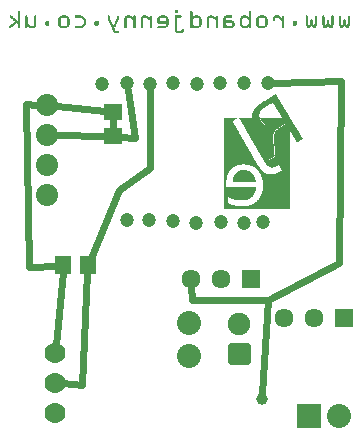
<source format=gbl>
G04 MADE WITH FRITZING*
G04 WWW.FRITZING.ORG*
G04 DOUBLE SIDED*
G04 HOLES PLATED*
G04 CONTOUR ON CENTER OF CONTOUR VECTOR*
%ASAXBY*%
%FSLAX23Y23*%
%MOIN*%
%OFA0B0*%
%SFA1.0B1.0*%
%ADD10C,0.063622*%
%ADD11C,0.080000*%
%ADD12C,0.047244*%
%ADD13C,0.039370*%
%ADD14C,0.069444*%
%ADD15C,0.075000*%
%ADD16C,0.073889*%
%ADD17R,0.063622X0.063622*%
%ADD18R,0.055118X0.059055*%
%ADD19R,0.059055X0.055118*%
%ADD20R,0.080000X0.080000*%
%ADD21C,0.024000*%
%ADD22C,0.020000*%
%ADD23R,0.001000X0.001000*%
%LNCOPPER0*%
G90*
G70*
G54D10*
X838Y555D03*
X738Y555D03*
X638Y555D03*
X1149Y424D03*
X1049Y424D03*
X949Y424D03*
G54D11*
X632Y300D03*
X632Y410D03*
G54D12*
X426Y1208D03*
G54D13*
X874Y155D03*
G54D12*
X424Y751D03*
X500Y752D03*
X579Y748D03*
X656Y743D03*
X880Y746D03*
X738Y746D03*
X816Y743D03*
X341Y1204D03*
X578Y1207D03*
X660Y1206D03*
X735Y1209D03*
X816Y1209D03*
X894Y1210D03*
G54D14*
X186Y109D03*
X186Y209D03*
X186Y309D03*
X186Y109D03*
X186Y209D03*
X186Y309D03*
G54D12*
X501Y1206D03*
G54D15*
X799Y304D03*
X799Y404D03*
G54D16*
X158Y835D03*
X158Y935D03*
X158Y1035D03*
X158Y1135D03*
X158Y835D03*
X158Y935D03*
X158Y1035D03*
X158Y1135D03*
G54D11*
X1031Y100D03*
X1131Y100D03*
G54D17*
X838Y555D03*
X1149Y424D03*
G54D18*
X294Y601D03*
X213Y601D03*
G54D19*
X377Y1033D03*
X377Y1113D03*
G54D20*
X1031Y100D03*
G54D21*
X642Y486D02*
X639Y532D01*
D02*
X895Y486D02*
X642Y486D01*
D02*
X377Y1055D02*
X377Y1091D01*
D02*
X1137Y1216D02*
X1132Y609D01*
D02*
X1132Y609D02*
X895Y486D01*
D02*
X916Y1210D02*
X1137Y1216D01*
D02*
X353Y1116D02*
X192Y1132D01*
D02*
X895Y486D02*
X876Y174D01*
D02*
X452Y1025D02*
X429Y1185D01*
D02*
X401Y1030D02*
X452Y1025D01*
D02*
X275Y202D02*
X293Y577D01*
D02*
X212Y207D02*
X275Y202D01*
D02*
X398Y852D02*
X502Y925D01*
D02*
X502Y925D02*
X501Y1183D01*
D02*
X304Y625D02*
X398Y852D01*
D02*
X188Y335D02*
X211Y577D01*
D02*
X192Y1035D02*
X353Y1033D01*
D02*
X98Y594D02*
X90Y1138D01*
D02*
X90Y1138D02*
X123Y1136D01*
D02*
X191Y600D02*
X98Y594D01*
G54D22*
X772Y332D02*
X827Y332D01*
X827Y277D01*
X772Y277D01*
X772Y332D01*
D02*
G36*
X922Y1171D02*
X922Y1170D01*
X922Y1170D01*
X922Y1169D01*
X923Y1169D01*
X923Y1168D01*
X923Y1168D01*
X923Y1167D01*
X924Y1167D01*
X924Y1167D01*
X924Y1167D01*
X924Y1166D01*
X925Y1166D01*
X925Y1165D01*
X925Y1165D01*
X925Y1164D01*
X926Y1164D01*
X926Y1163D01*
X927Y1163D01*
X927Y1162D01*
X927Y1162D01*
X927Y1161D01*
X928Y1161D01*
X928Y1160D01*
X928Y1160D01*
X928Y1159D01*
X929Y1159D01*
X929Y1159D01*
X929Y1159D01*
X929Y1157D01*
X930Y1157D01*
X930Y1156D01*
X930Y1156D01*
X930Y1156D01*
X931Y1156D01*
X931Y1155D01*
X932Y1155D01*
X932Y1154D01*
X932Y1154D01*
X932Y1153D01*
X933Y1153D01*
X933Y1152D01*
X933Y1152D01*
X933Y1151D01*
X934Y1151D01*
X934Y1150D01*
X934Y1150D01*
X934Y1149D01*
X935Y1149D01*
X935Y1148D01*
X935Y1148D01*
X935Y1147D01*
X936Y1147D01*
X936Y1146D01*
X937Y1146D01*
X937Y1146D01*
X937Y1146D01*
X937Y1145D01*
X938Y1145D01*
X938Y1144D01*
X938Y1144D01*
X938Y1143D01*
X911Y1143D01*
X911Y1142D01*
X909Y1142D01*
X909Y1142D01*
X908Y1142D01*
X908Y1141D01*
X908Y1141D01*
X908Y1141D01*
X907Y1141D01*
X907Y1140D01*
X906Y1140D01*
X906Y1140D01*
X905Y1140D01*
X905Y1139D01*
X904Y1139D01*
X904Y1139D01*
X903Y1139D01*
X903Y1138D01*
X902Y1138D01*
X902Y1138D01*
X901Y1138D01*
X901Y1137D01*
X900Y1137D01*
X900Y1136D01*
X899Y1136D01*
X899Y1136D01*
X898Y1136D01*
X898Y1135D01*
X897Y1135D01*
X897Y1135D01*
X897Y1135D01*
X897Y1134D01*
X896Y1134D01*
X896Y1134D01*
X895Y1134D01*
X895Y1133D01*
X894Y1133D01*
X894Y1133D01*
X893Y1133D01*
X893Y1132D01*
X892Y1132D01*
X892Y1131D01*
X891Y1131D01*
X891Y1131D01*
X890Y1131D01*
X890Y1130D01*
X890Y1130D01*
X890Y1130D01*
X888Y1130D01*
X888Y1129D01*
X887Y1129D01*
X887Y1129D01*
X887Y1129D01*
X887Y1128D01*
X886Y1128D01*
X886Y1128D01*
X885Y1128D01*
X885Y1127D01*
X884Y1127D01*
X884Y1126D01*
X883Y1126D01*
X883Y1126D01*
X882Y1126D01*
X882Y1125D01*
X881Y1125D01*
X881Y1125D01*
X881Y1125D01*
X881Y1124D01*
X880Y1124D01*
X880Y1124D01*
X879Y1124D01*
X879Y1123D01*
X878Y1123D01*
X878Y1123D01*
X878Y1123D01*
X878Y1122D01*
X877Y1122D01*
X877Y1121D01*
X877Y1121D01*
X877Y1121D01*
X876Y1121D01*
X876Y1120D01*
X875Y1120D01*
X875Y1120D01*
X875Y1120D01*
X875Y1119D01*
X874Y1119D01*
X874Y1119D01*
X873Y1119D01*
X873Y1118D01*
X873Y1118D01*
X873Y1117D01*
X872Y1117D01*
X872Y1116D01*
X872Y1116D01*
X872Y1116D01*
X871Y1116D01*
X871Y1115D01*
X871Y1115D01*
X871Y1114D01*
X870Y1114D01*
X870Y1113D01*
X870Y1113D01*
X870Y1113D01*
X869Y1113D01*
X869Y1112D01*
X869Y1112D01*
X869Y1110D01*
X868Y1110D01*
X868Y1109D01*
X867Y1109D01*
X867Y1107D01*
X867Y1107D01*
X867Y1105D01*
X866Y1105D01*
X866Y1095D01*
X867Y1095D01*
X867Y1093D01*
X867Y1093D01*
X867Y1091D01*
X868Y1091D01*
X868Y1089D01*
X869Y1089D01*
X869Y1088D01*
X869Y1088D01*
X869Y1087D01*
X870Y1087D01*
X870Y1086D01*
X870Y1086D01*
X870Y1085D01*
X871Y1085D01*
X871Y1084D01*
X871Y1084D01*
X871Y1083D01*
X872Y1083D01*
X872Y1082D01*
X872Y1082D01*
X872Y1081D01*
X873Y1081D01*
X873Y1080D01*
X873Y1080D01*
X873Y1079D01*
X874Y1079D01*
X874Y1079D01*
X875Y1079D01*
X875Y1078D01*
X875Y1078D01*
X875Y1077D01*
X876Y1077D01*
X876Y1077D01*
X876Y1077D01*
X876Y1076D01*
X877Y1076D01*
X877Y1076D01*
X877Y1076D01*
X877Y1075D01*
X878Y1075D01*
X878Y1074D01*
X878Y1074D01*
X878Y1074D01*
X879Y1074D01*
X879Y1073D01*
X880Y1073D01*
X880Y1073D01*
X880Y1073D01*
X880Y1072D01*
X881Y1072D01*
X881Y1072D01*
X881Y1072D01*
X881Y1071D01*
X882Y1071D01*
X882Y1071D01*
X883Y1071D01*
X883Y1070D01*
X884Y1070D01*
X884Y1069D01*
X885Y1069D01*
X885Y1069D01*
X886Y1069D01*
X886Y1068D01*
X888Y1068D01*
X888Y1068D01*
X890Y1068D01*
X890Y1067D01*
X892Y1067D01*
X892Y1067D01*
X813Y1067D01*
X813Y1068D01*
X813Y1068D01*
X813Y1068D01*
X812Y1068D01*
X812Y1069D01*
X812Y1069D01*
X812Y1071D01*
X811Y1071D01*
X811Y1072D01*
X810Y1072D01*
X810Y1072D01*
X810Y1072D01*
X810Y1073D01*
X809Y1073D01*
X809Y1074D01*
X809Y1074D01*
X809Y1076D01*
X808Y1076D01*
X808Y1076D01*
X808Y1076D01*
X808Y1077D01*
X807Y1077D01*
X807Y1078D01*
X807Y1078D01*
X807Y1079D01*
X806Y1079D01*
X806Y1080D01*
X805Y1080D01*
X805Y1081D01*
X805Y1081D01*
X805Y1082D01*
X804Y1082D01*
X804Y1083D01*
X804Y1083D01*
X804Y1084D01*
X803Y1084D01*
X803Y1085D01*
X803Y1085D01*
X803Y1086D01*
X802Y1086D01*
X802Y1087D01*
X802Y1087D01*
X802Y1088D01*
X801Y1088D01*
X801Y1089D01*
X800Y1089D01*
X800Y1090D01*
X800Y1090D01*
X800Y1090D01*
X799Y1090D01*
X799Y1092D01*
X799Y1092D01*
X799Y1093D01*
X842Y1093D01*
X842Y1103D01*
X843Y1103D01*
X843Y1106D01*
X843Y1106D01*
X843Y1108D01*
X844Y1108D01*
X844Y1110D01*
X844Y1110D01*
X844Y1112D01*
X845Y1112D01*
X845Y1113D01*
X845Y1113D01*
X845Y1114D01*
X846Y1114D01*
X846Y1115D01*
X846Y1115D01*
X846Y1116D01*
X847Y1116D01*
X847Y1117D01*
X847Y1117D01*
X847Y1118D01*
X848Y1118D01*
X848Y1119D01*
X849Y1119D01*
X849Y1120D01*
X849Y1120D01*
X849Y1121D01*
X850Y1121D01*
X850Y1121D01*
X850Y1121D01*
X850Y1123D01*
X851Y1123D01*
X851Y1123D01*
X851Y1123D01*
X851Y1124D01*
X852Y1124D01*
X852Y1124D01*
X852Y1124D01*
X852Y1125D01*
X853Y1125D01*
X853Y1126D01*
X854Y1126D01*
X854Y1126D01*
X854Y1126D01*
X854Y1127D01*
X855Y1127D01*
X855Y1128D01*
X855Y1128D01*
X855Y1128D01*
X856Y1128D01*
X856Y1129D01*
X856Y1129D01*
X856Y1129D01*
X857Y1129D01*
X857Y1130D01*
X857Y1130D01*
X857Y1130D01*
X858Y1130D01*
X858Y1131D01*
X859Y1131D01*
X859Y1131D01*
X859Y1131D01*
X859Y1132D01*
X860Y1132D01*
X860Y1133D01*
X860Y1133D01*
X860Y1133D01*
X861Y1133D01*
X861Y1134D01*
X862Y1134D01*
X862Y1134D01*
X862Y1134D01*
X862Y1135D01*
X863Y1135D01*
X863Y1135D01*
X864Y1135D01*
X864Y1136D01*
X865Y1136D01*
X865Y1136D01*
X865Y1136D01*
X865Y1137D01*
X866Y1137D01*
X866Y1138D01*
X867Y1138D01*
X867Y1138D01*
X867Y1138D01*
X867Y1139D01*
X868Y1139D01*
X868Y1139D01*
X869Y1139D01*
X869Y1140D01*
X870Y1140D01*
X870Y1140D01*
X871Y1140D01*
X871Y1141D01*
X871Y1141D01*
X871Y1141D01*
X872Y1141D01*
X872Y1142D01*
X873Y1142D01*
X873Y1142D01*
X874Y1142D01*
X874Y1143D01*
X875Y1143D01*
X875Y1144D01*
X876Y1144D01*
X876Y1144D01*
X877Y1144D01*
X877Y1145D01*
X878Y1145D01*
X878Y1145D01*
X878Y1145D01*
X878Y1146D01*
X880Y1146D01*
X880Y1146D01*
X880Y1146D01*
X880Y1147D01*
X881Y1147D01*
X881Y1147D01*
X882Y1147D01*
X882Y1148D01*
X883Y1148D01*
X883Y1149D01*
X884Y1149D01*
X884Y1149D01*
X885Y1149D01*
X885Y1150D01*
X886Y1150D01*
X886Y1150D01*
X887Y1150D01*
X887Y1151D01*
X888Y1151D01*
X888Y1151D01*
X888Y1151D01*
X888Y1152D01*
X890Y1152D01*
X890Y1152D01*
X891Y1152D01*
X891Y1153D01*
X891Y1153D01*
X891Y1154D01*
X892Y1154D01*
X892Y1154D01*
X893Y1154D01*
X893Y1155D01*
X894Y1155D01*
X894Y1155D01*
X895Y1155D01*
X895Y1156D01*
X896Y1156D01*
X896Y1156D01*
X897Y1156D01*
X897Y1157D01*
X898Y1157D01*
X898Y1157D01*
X898Y1157D01*
X898Y1158D01*
X899Y1158D01*
X899Y1159D01*
X901Y1159D01*
X901Y1159D01*
X901Y1159D01*
X901Y1160D01*
X902Y1160D01*
X902Y1160D01*
X903Y1160D01*
X903Y1161D01*
X904Y1161D01*
X904Y1161D01*
X905Y1161D01*
X905Y1162D01*
X906Y1162D01*
X906Y1162D01*
X907Y1162D01*
X907Y1163D01*
X908Y1163D01*
X908Y1164D01*
X909Y1164D01*
X909Y1164D01*
X909Y1164D01*
X909Y1165D01*
X911Y1165D01*
X911Y1165D01*
X912Y1165D01*
X912Y1166D01*
X912Y1166D01*
X912Y1166D01*
X913Y1166D01*
X913Y1167D01*
X914Y1167D01*
X914Y1167D01*
X915Y1167D01*
X915Y1168D01*
X916Y1168D01*
X916Y1168D01*
X917Y1168D01*
X917Y1169D01*
X918Y1169D01*
X918Y1170D01*
X919Y1170D01*
X919Y1170D01*
X919Y1170D01*
X919Y1171D01*
X920Y1171D01*
X920Y1171D01*
X922Y1171D01*
G37*
D02*
G36*
X939Y1143D02*
X939Y1142D01*
X939Y1142D01*
X939Y1141D01*
X940Y1141D01*
X940Y1140D01*
X940Y1140D01*
X940Y1139D01*
X941Y1139D01*
X941Y1138D01*
X942Y1138D01*
X942Y1138D01*
X942Y1138D01*
X942Y1136D01*
X943Y1136D01*
X943Y1135D01*
X943Y1135D01*
X943Y1135D01*
X944Y1135D01*
X944Y1134D01*
X944Y1134D01*
X944Y1133D01*
X945Y1133D01*
X945Y1132D01*
X945Y1132D01*
X945Y1131D01*
X946Y1131D01*
X946Y1130D01*
X946Y1130D01*
X946Y1129D01*
X947Y1129D01*
X947Y1128D01*
X948Y1128D01*
X948Y1128D01*
X948Y1128D01*
X948Y1126D01*
X949Y1126D01*
X949Y1125D01*
X949Y1125D01*
X949Y1125D01*
X950Y1125D01*
X950Y1124D01*
X950Y1124D01*
X950Y1123D01*
X951Y1123D01*
X951Y1122D01*
X951Y1122D01*
X951Y1121D01*
X952Y1121D01*
X952Y1120D01*
X953Y1120D01*
X953Y1119D01*
X953Y1119D01*
X953Y1118D01*
X954Y1118D01*
X954Y1117D01*
X954Y1117D01*
X954Y1116D01*
X955Y1116D01*
X955Y1115D01*
X955Y1115D01*
X955Y1114D01*
X956Y1114D01*
X956Y1114D01*
X956Y1114D01*
X956Y1113D01*
X957Y1113D01*
X957Y1112D01*
X958Y1112D01*
X958Y1111D01*
X958Y1111D01*
X958Y1110D01*
X959Y1110D01*
X959Y1109D01*
X959Y1109D01*
X959Y1108D01*
X960Y1108D01*
X960Y1107D01*
X960Y1107D01*
X960Y1107D01*
X961Y1107D01*
X961Y1105D01*
X961Y1105D01*
X961Y1104D01*
X962Y1104D01*
X962Y1104D01*
X963Y1104D01*
X963Y1103D01*
X963Y1103D01*
X963Y1102D01*
X964Y1102D01*
X964Y1101D01*
X964Y1101D01*
X964Y1100D01*
X965Y1100D01*
X965Y1099D01*
X965Y1099D01*
X965Y1098D01*
X966Y1098D01*
X966Y1097D01*
X966Y1097D01*
X966Y1096D01*
X967Y1096D01*
X967Y1095D01*
X967Y1095D01*
X967Y1094D01*
X968Y1094D01*
X968Y1093D01*
X969Y1093D01*
X969Y1093D01*
X969Y1093D01*
X969Y1092D01*
X970Y1092D01*
X970Y1090D01*
X970Y1090D01*
X970Y1090D01*
X971Y1090D01*
X971Y1089D01*
X971Y1089D01*
X971Y1088D01*
X972Y1088D01*
X972Y1087D01*
X972Y1087D01*
X972Y1086D01*
X973Y1086D01*
X973Y1086D01*
X974Y1086D01*
X974Y1084D01*
X974Y1084D01*
X974Y1083D01*
X975Y1083D01*
X975Y1083D01*
X975Y1083D01*
X975Y1082D01*
X976Y1082D01*
X976Y1081D01*
X976Y1081D01*
X976Y1080D01*
X977Y1080D01*
X977Y1079D01*
X977Y1079D01*
X977Y1078D01*
X978Y1078D01*
X978Y1077D01*
X979Y1077D01*
X979Y1076D01*
X979Y1076D01*
X979Y1075D01*
X980Y1075D01*
X980Y1074D01*
X980Y1074D01*
X980Y1073D01*
X981Y1073D01*
X981Y1073D01*
X953Y1073D01*
X953Y1072D01*
X951Y1072D01*
X951Y1072D01*
X950Y1072D01*
X950Y1071D01*
X950Y1071D01*
X950Y1071D01*
X949Y1071D01*
X949Y1070D01*
X948Y1070D01*
X948Y1069D01*
X947Y1069D01*
X947Y1069D01*
X946Y1069D01*
X946Y1068D01*
X945Y1068D01*
X945Y1068D01*
X944Y1068D01*
X944Y1067D01*
X943Y1067D01*
X943Y1067D01*
X895Y1067D01*
X895Y1067D01*
X892Y1067D01*
X892Y1068D01*
X890Y1068D01*
X890Y1068D01*
X889Y1068D01*
X889Y1069D01*
X888Y1069D01*
X888Y1069D01*
X887Y1069D01*
X887Y1070D01*
X886Y1070D01*
X886Y1071D01*
X885Y1071D01*
X885Y1071D01*
X884Y1071D01*
X884Y1072D01*
X883Y1072D01*
X883Y1072D01*
X882Y1072D01*
X882Y1073D01*
X882Y1073D01*
X882Y1073D01*
X881Y1073D01*
X881Y1074D01*
X881Y1074D01*
X881Y1074D01*
X880Y1074D01*
X880Y1075D01*
X880Y1075D01*
X880Y1076D01*
X879Y1076D01*
X879Y1076D01*
X878Y1076D01*
X878Y1077D01*
X878Y1077D01*
X878Y1077D01*
X877Y1077D01*
X877Y1078D01*
X877Y1078D01*
X877Y1079D01*
X876Y1079D01*
X876Y1079D01*
X876Y1079D01*
X876Y1081D01*
X875Y1081D01*
X875Y1081D01*
X875Y1081D01*
X875Y1082D01*
X874Y1082D01*
X874Y1083D01*
X873Y1083D01*
X873Y1084D01*
X873Y1084D01*
X873Y1085D01*
X872Y1085D01*
X872Y1086D01*
X872Y1086D01*
X872Y1087D01*
X871Y1087D01*
X871Y1088D01*
X871Y1088D01*
X871Y1090D01*
X870Y1090D01*
X870Y1092D01*
X870Y1092D01*
X870Y1093D01*
X942Y1093D01*
X942Y1094D01*
X941Y1094D01*
X941Y1094D01*
X940Y1094D01*
X940Y1095D01*
X940Y1095D01*
X940Y1097D01*
X939Y1097D01*
X939Y1097D01*
X939Y1097D01*
X939Y1098D01*
X938Y1098D01*
X938Y1099D01*
X938Y1099D01*
X938Y1100D01*
X937Y1100D01*
X937Y1101D01*
X937Y1101D01*
X937Y1102D01*
X936Y1102D01*
X936Y1103D01*
X935Y1103D01*
X935Y1104D01*
X935Y1104D01*
X935Y1105D01*
X934Y1105D01*
X934Y1105D01*
X934Y1105D01*
X934Y1107D01*
X933Y1107D01*
X933Y1108D01*
X933Y1108D01*
X933Y1108D01*
X932Y1108D01*
X932Y1109D01*
X932Y1109D01*
X932Y1110D01*
X931Y1110D01*
X931Y1111D01*
X930Y1111D01*
X930Y1112D01*
X930Y1112D01*
X930Y1113D01*
X929Y1113D01*
X929Y1114D01*
X929Y1114D01*
X929Y1115D01*
X928Y1115D01*
X928Y1115D01*
X928Y1115D01*
X928Y1116D01*
X927Y1116D01*
X927Y1118D01*
X927Y1118D01*
X927Y1118D01*
X926Y1118D01*
X926Y1119D01*
X925Y1119D01*
X925Y1120D01*
X925Y1120D01*
X925Y1121D01*
X924Y1121D01*
X924Y1122D01*
X924Y1122D01*
X924Y1123D01*
X923Y1123D01*
X923Y1124D01*
X923Y1124D01*
X923Y1125D01*
X922Y1125D01*
X922Y1126D01*
X922Y1126D01*
X922Y1126D01*
X921Y1126D01*
X921Y1128D01*
X920Y1128D01*
X920Y1129D01*
X920Y1129D01*
X920Y1129D01*
X919Y1129D01*
X919Y1130D01*
X919Y1130D01*
X919Y1131D01*
X918Y1131D01*
X918Y1132D01*
X918Y1132D01*
X918Y1133D01*
X917Y1133D01*
X917Y1134D01*
X917Y1134D01*
X917Y1135D01*
X916Y1135D01*
X916Y1136D01*
X916Y1136D01*
X916Y1136D01*
X915Y1136D01*
X915Y1138D01*
X914Y1138D01*
X914Y1139D01*
X914Y1139D01*
X914Y1139D01*
X913Y1139D01*
X913Y1140D01*
X913Y1140D01*
X913Y1141D01*
X912Y1141D01*
X912Y1142D01*
X912Y1142D01*
X912Y1143D01*
X939Y1143D01*
G37*
D02*
G36*
X796Y1093D02*
X796Y1092D01*
X795Y1092D01*
X795Y1092D01*
X794Y1092D01*
X794Y1091D01*
X793Y1091D01*
X793Y1090D01*
X792Y1090D01*
X792Y1090D01*
X792Y1090D01*
X792Y1089D01*
X791Y1089D01*
X791Y1089D01*
X789Y1089D01*
X789Y1088D01*
X788Y1088D01*
X788Y1088D01*
X788Y1088D01*
X788Y1087D01*
X787Y1087D01*
X787Y1087D01*
X786Y1087D01*
X786Y1086D01*
X784Y1086D01*
X784Y1086D01*
X784Y1086D01*
X784Y1085D01*
X783Y1085D01*
X783Y1084D01*
X782Y1084D01*
X782Y1084D01*
X781Y1084D01*
X781Y1083D01*
X780Y1083D01*
X780Y1083D01*
X779Y1083D01*
X779Y1082D01*
X778Y1082D01*
X778Y1082D01*
X777Y1082D01*
X777Y1080D01*
X778Y1080D01*
X778Y1079D01*
X778Y1079D01*
X778Y1078D01*
X779Y1078D01*
X779Y1077D01*
X779Y1077D01*
X779Y1076D01*
X780Y1076D01*
X780Y1075D01*
X781Y1075D01*
X781Y1074D01*
X781Y1074D01*
X781Y1073D01*
X782Y1073D01*
X782Y1072D01*
X782Y1072D01*
X782Y1071D01*
X783Y1071D01*
X783Y1071D01*
X783Y1071D01*
X783Y1069D01*
X784Y1069D01*
X784Y1068D01*
X784Y1068D01*
X784Y1068D01*
X785Y1068D01*
X785Y1067D01*
X786Y1067D01*
X786Y1066D01*
X786Y1066D01*
X786Y1065D01*
X787Y1065D01*
X787Y1064D01*
X787Y1064D01*
X787Y1063D01*
X788Y1063D01*
X788Y1062D01*
X788Y1062D01*
X788Y1061D01*
X789Y1061D01*
X789Y1060D01*
X789Y1060D01*
X789Y1059D01*
X790Y1059D01*
X790Y1058D01*
X791Y1058D01*
X791Y1057D01*
X791Y1057D01*
X791Y1056D01*
X792Y1056D01*
X792Y1055D01*
X792Y1055D01*
X792Y1054D01*
X793Y1054D01*
X793Y1053D01*
X793Y1053D01*
X793Y1052D01*
X794Y1052D01*
X794Y1051D01*
X794Y1051D01*
X794Y1050D01*
X795Y1050D01*
X795Y1050D01*
X795Y1050D01*
X795Y1048D01*
X796Y1048D01*
X796Y1047D01*
X797Y1047D01*
X797Y1046D01*
X797Y1046D01*
X797Y1046D01*
X798Y1046D01*
X798Y1045D01*
X798Y1045D01*
X798Y1043D01*
X799Y1043D01*
X799Y1042D01*
X799Y1042D01*
X799Y1042D01*
X800Y1042D01*
X800Y1041D01*
X800Y1041D01*
X800Y1040D01*
X801Y1040D01*
X801Y1039D01*
X802Y1039D01*
X802Y1038D01*
X802Y1038D01*
X802Y1037D01*
X803Y1037D01*
X803Y1036D01*
X803Y1036D01*
X803Y1035D01*
X804Y1035D01*
X804Y1034D01*
X804Y1034D01*
X804Y1033D01*
X805Y1033D01*
X805Y1032D01*
X805Y1032D01*
X805Y1031D01*
X806Y1031D01*
X806Y1030D01*
X807Y1030D01*
X807Y1029D01*
X807Y1029D01*
X807Y1028D01*
X808Y1028D01*
X808Y1027D01*
X808Y1027D01*
X808Y1026D01*
X809Y1026D01*
X809Y1025D01*
X809Y1025D01*
X809Y1025D01*
X810Y1025D01*
X810Y1024D01*
X810Y1024D01*
X810Y1022D01*
X811Y1022D01*
X811Y1021D01*
X812Y1021D01*
X812Y1021D01*
X812Y1021D01*
X812Y1020D01*
X813Y1020D01*
X813Y1019D01*
X813Y1019D01*
X813Y1017D01*
X814Y1017D01*
X814Y1017D01*
X814Y1017D01*
X814Y1016D01*
X815Y1016D01*
X815Y1015D01*
X815Y1015D01*
X815Y1014D01*
X816Y1014D01*
X816Y1013D01*
X817Y1013D01*
X817Y1012D01*
X817Y1012D01*
X817Y1011D01*
X818Y1011D01*
X818Y1010D01*
X818Y1010D01*
X818Y1009D01*
X819Y1009D01*
X819Y1008D01*
X819Y1008D01*
X819Y1007D01*
X820Y1007D01*
X820Y1006D01*
X820Y1006D01*
X820Y1005D01*
X821Y1005D01*
X821Y1004D01*
X821Y1004D01*
X821Y1003D01*
X822Y1003D01*
X822Y1003D01*
X823Y1003D01*
X823Y1001D01*
X823Y1001D01*
X823Y1000D01*
X824Y1000D01*
X824Y1000D01*
X824Y1000D01*
X824Y999D01*
X825Y999D01*
X825Y998D01*
X825Y998D01*
X825Y996D01*
X826Y996D01*
X826Y996D01*
X826Y996D01*
X826Y995D01*
X827Y995D01*
X827Y994D01*
X828Y994D01*
X828Y993D01*
X828Y993D01*
X828Y992D01*
X829Y992D01*
X829Y991D01*
X829Y991D01*
X829Y990D01*
X830Y990D01*
X830Y989D01*
X830Y989D01*
X830Y988D01*
X831Y988D01*
X831Y987D01*
X831Y987D01*
X831Y986D01*
X832Y986D01*
X832Y985D01*
X833Y985D01*
X833Y984D01*
X833Y984D01*
X833Y983D01*
X834Y983D01*
X834Y982D01*
X834Y982D01*
X834Y982D01*
X835Y982D01*
X835Y980D01*
X835Y980D01*
X835Y979D01*
X836Y979D01*
X836Y978D01*
X836Y978D01*
X836Y978D01*
X837Y978D01*
X837Y977D01*
X838Y977D01*
X838Y975D01*
X838Y975D01*
X838Y974D01*
X839Y974D01*
X839Y974D01*
X839Y974D01*
X839Y973D01*
X840Y973D01*
X840Y972D01*
X840Y972D01*
X840Y971D01*
X841Y971D01*
X841Y970D01*
X841Y970D01*
X841Y969D01*
X842Y969D01*
X842Y968D01*
X843Y968D01*
X843Y967D01*
X843Y967D01*
X843Y966D01*
X844Y966D01*
X844Y965D01*
X844Y965D01*
X844Y964D01*
X845Y964D01*
X845Y963D01*
X845Y963D01*
X845Y962D01*
X846Y962D01*
X846Y961D01*
X846Y961D01*
X846Y960D01*
X847Y960D01*
X847Y959D01*
X847Y959D01*
X847Y958D01*
X848Y958D01*
X848Y957D01*
X849Y957D01*
X849Y957D01*
X849Y957D01*
X849Y956D01*
X850Y956D01*
X850Y954D01*
X850Y954D01*
X850Y953D01*
X851Y953D01*
X851Y953D01*
X851Y953D01*
X851Y952D01*
X852Y952D01*
X852Y951D01*
X852Y951D01*
X852Y949D01*
X853Y949D01*
X853Y949D01*
X854Y949D01*
X854Y948D01*
X854Y948D01*
X854Y947D01*
X855Y947D01*
X855Y946D01*
X855Y946D01*
X855Y945D01*
X856Y945D01*
X856Y944D01*
X856Y944D01*
X856Y943D01*
X857Y943D01*
X857Y942D01*
X857Y942D01*
X857Y941D01*
X858Y941D01*
X858Y940D01*
X859Y940D01*
X859Y939D01*
X859Y939D01*
X859Y938D01*
X860Y938D01*
X860Y937D01*
X860Y937D01*
X860Y937D01*
X807Y937D01*
X807Y936D01*
X802Y936D01*
X802Y936D01*
X799Y936D01*
X799Y935D01*
X797Y935D01*
X797Y935D01*
X794Y935D01*
X794Y934D01*
X793Y934D01*
X793Y933D01*
X791Y933D01*
X791Y933D01*
X790Y933D01*
X790Y932D01*
X788Y932D01*
X788Y932D01*
X787Y932D01*
X787Y931D01*
X786Y931D01*
X786Y931D01*
X785Y931D01*
X785Y930D01*
X784Y930D01*
X784Y930D01*
X783Y930D01*
X783Y929D01*
X782Y929D01*
X782Y928D01*
X781Y928D01*
X781Y928D01*
X781Y928D01*
X781Y927D01*
X779Y927D01*
X779Y927D01*
X779Y927D01*
X779Y926D01*
X778Y926D01*
X778Y926D01*
X777Y926D01*
X777Y925D01*
X777Y925D01*
X777Y925D01*
X776Y925D01*
X776Y924D01*
X776Y924D01*
X776Y923D01*
X774Y923D01*
X774Y923D01*
X774Y923D01*
X774Y922D01*
X773Y922D01*
X773Y922D01*
X773Y922D01*
X773Y921D01*
X772Y921D01*
X772Y921D01*
X772Y921D01*
X772Y920D01*
X771Y920D01*
X771Y919D01*
X771Y919D01*
X771Y918D01*
X770Y918D01*
X770Y918D01*
X770Y918D01*
X770Y917D01*
X769Y917D01*
X769Y917D01*
X768Y917D01*
X768Y916D01*
X768Y916D01*
X768Y915D01*
X767Y915D01*
X767Y915D01*
X767Y915D01*
X767Y914D01*
X766Y914D01*
X766Y913D01*
X766Y913D01*
X766Y912D01*
X765Y912D01*
X765Y911D01*
X765Y911D01*
X765Y910D01*
X764Y910D01*
X764Y909D01*
X763Y909D01*
X763Y908D01*
X763Y908D01*
X763Y907D01*
X762Y907D01*
X762Y906D01*
X762Y906D01*
X762Y905D01*
X761Y905D01*
X761Y903D01*
X761Y903D01*
X761Y902D01*
X760Y902D01*
X760Y900D01*
X760Y900D01*
X760Y899D01*
X759Y899D01*
X759Y897D01*
X758Y897D01*
X758Y895D01*
X758Y895D01*
X758Y893D01*
X757Y893D01*
X757Y890D01*
X757Y890D01*
X757Y886D01*
X756Y886D01*
X756Y881D01*
X756Y881D01*
X756Y862D01*
X855Y862D01*
X855Y860D01*
X855Y860D01*
X855Y855D01*
X854Y855D01*
X854Y853D01*
X854Y853D01*
X854Y850D01*
X853Y850D01*
X853Y848D01*
X852Y848D01*
X852Y846D01*
X852Y846D01*
X852Y844D01*
X851Y844D01*
X851Y843D01*
X851Y843D01*
X851Y842D01*
X850Y842D01*
X850Y841D01*
X850Y841D01*
X850Y839D01*
X849Y839D01*
X849Y838D01*
X849Y838D01*
X849Y837D01*
X848Y837D01*
X848Y836D01*
X847Y836D01*
X847Y835D01*
X847Y835D01*
X847Y834D01*
X846Y834D01*
X846Y833D01*
X846Y833D01*
X846Y833D01*
X845Y833D01*
X845Y832D01*
X845Y832D01*
X845Y831D01*
X844Y831D01*
X844Y831D01*
X844Y831D01*
X844Y830D01*
X843Y830D01*
X843Y829D01*
X843Y829D01*
X843Y829D01*
X761Y829D01*
X761Y808D01*
X762Y808D01*
X762Y807D01*
X763Y807D01*
X763Y807D01*
X765Y807D01*
X765Y806D01*
X766Y806D01*
X766Y806D01*
X767Y806D01*
X767Y805D01*
X769Y805D01*
X769Y805D01*
X771Y805D01*
X771Y804D01*
X772Y804D01*
X772Y803D01*
X774Y803D01*
X774Y803D01*
X776Y803D01*
X776Y802D01*
X778Y802D01*
X778Y802D01*
X780Y802D01*
X780Y801D01*
X782Y801D01*
X782Y801D01*
X784Y801D01*
X784Y800D01*
X788Y800D01*
X788Y800D01*
X791Y800D01*
X791Y799D01*
X795Y799D01*
X795Y798D01*
X800Y798D01*
X800Y798D01*
X747Y798D01*
X747Y1093D01*
X796Y1093D01*
G37*
D02*
G36*
X981Y1073D02*
X981Y1072D01*
X981Y1072D01*
X981Y1072D01*
X982Y1072D01*
X982Y1071D01*
X982Y1071D01*
X982Y1069D01*
X983Y1069D01*
X983Y1069D01*
X984Y1069D01*
X984Y1068D01*
X984Y1068D01*
X984Y1067D01*
X985Y1067D01*
X985Y1066D01*
X985Y1066D01*
X985Y1065D01*
X986Y1065D01*
X986Y1065D01*
X986Y1065D01*
X986Y1063D01*
X987Y1063D01*
X987Y1062D01*
X987Y1062D01*
X987Y1062D01*
X988Y1062D01*
X988Y1061D01*
X989Y1061D01*
X989Y1060D01*
X989Y1060D01*
X989Y1059D01*
X990Y1059D01*
X990Y1058D01*
X990Y1058D01*
X990Y1057D01*
X991Y1057D01*
X991Y1056D01*
X991Y1056D01*
X991Y1055D01*
X992Y1055D01*
X992Y1054D01*
X992Y1054D01*
X992Y1053D01*
X993Y1053D01*
X993Y1052D01*
X993Y1052D01*
X993Y1051D01*
X994Y1051D01*
X994Y1051D01*
X995Y1051D01*
X995Y1050D01*
X967Y1050D01*
X967Y950D01*
X898Y950D01*
X898Y951D01*
X899Y951D01*
X899Y951D01*
X899Y951D01*
X899Y952D01*
X901Y952D01*
X901Y952D01*
X902Y952D01*
X902Y953D01*
X902Y953D01*
X902Y953D01*
X903Y953D01*
X903Y954D01*
X904Y954D01*
X904Y954D01*
X905Y954D01*
X905Y955D01*
X906Y955D01*
X906Y956D01*
X907Y956D01*
X907Y956D01*
X908Y956D01*
X908Y957D01*
X909Y957D01*
X909Y957D01*
X909Y957D01*
X909Y958D01*
X911Y958D01*
X911Y958D01*
X912Y958D01*
X912Y959D01*
X912Y959D01*
X912Y959D01*
X913Y959D01*
X913Y960D01*
X914Y960D01*
X914Y961D01*
X915Y961D01*
X915Y961D01*
X916Y961D01*
X916Y962D01*
X917Y962D01*
X917Y962D01*
X918Y962D01*
X918Y963D01*
X919Y963D01*
X919Y963D01*
X919Y963D01*
X919Y964D01*
X919Y964D01*
X919Y972D01*
X918Y972D01*
X918Y978D01*
X918Y978D01*
X918Y985D01*
X917Y985D01*
X917Y991D01*
X917Y991D01*
X917Y998D01*
X916Y998D01*
X916Y1005D01*
X916Y1005D01*
X916Y1012D01*
X915Y1012D01*
X915Y1020D01*
X914Y1020D01*
X914Y1029D01*
X915Y1029D01*
X915Y1034D01*
X916Y1034D01*
X916Y1037D01*
X916Y1037D01*
X916Y1039D01*
X917Y1039D01*
X917Y1041D01*
X917Y1041D01*
X917Y1042D01*
X918Y1042D01*
X918Y1043D01*
X918Y1043D01*
X918Y1045D01*
X919Y1045D01*
X919Y1046D01*
X919Y1046D01*
X919Y1046D01*
X920Y1046D01*
X920Y1047D01*
X920Y1047D01*
X920Y1048D01*
X921Y1048D01*
X921Y1048D01*
X922Y1048D01*
X922Y1049D01*
X922Y1049D01*
X922Y1050D01*
X923Y1050D01*
X923Y1051D01*
X923Y1051D01*
X923Y1051D01*
X924Y1051D01*
X924Y1052D01*
X924Y1052D01*
X924Y1052D01*
X925Y1052D01*
X925Y1053D01*
X926Y1053D01*
X926Y1053D01*
X927Y1053D01*
X927Y1054D01*
X927Y1054D01*
X927Y1055D01*
X928Y1055D01*
X928Y1055D01*
X929Y1055D01*
X929Y1056D01*
X929Y1056D01*
X929Y1056D01*
X930Y1056D01*
X930Y1057D01*
X931Y1057D01*
X931Y1057D01*
X932Y1057D01*
X932Y1058D01*
X933Y1058D01*
X933Y1058D01*
X933Y1058D01*
X933Y1059D01*
X934Y1059D01*
X934Y1060D01*
X935Y1060D01*
X935Y1060D01*
X936Y1060D01*
X936Y1061D01*
X937Y1061D01*
X937Y1061D01*
X938Y1061D01*
X938Y1062D01*
X939Y1062D01*
X939Y1062D01*
X940Y1062D01*
X940Y1063D01*
X941Y1063D01*
X941Y1063D01*
X942Y1063D01*
X942Y1064D01*
X943Y1064D01*
X943Y1065D01*
X944Y1065D01*
X944Y1065D01*
X944Y1065D01*
X944Y1066D01*
X945Y1066D01*
X945Y1066D01*
X946Y1066D01*
X946Y1067D01*
X947Y1067D01*
X947Y1067D01*
X948Y1067D01*
X948Y1068D01*
X949Y1068D01*
X949Y1068D01*
X950Y1068D01*
X950Y1069D01*
X951Y1069D01*
X951Y1069D01*
X951Y1069D01*
X951Y1070D01*
X953Y1070D01*
X953Y1071D01*
X954Y1071D01*
X954Y1071D01*
X954Y1071D01*
X954Y1073D01*
X981Y1073D01*
G37*
D02*
G36*
X943Y1067D02*
X943Y1066D01*
X814Y1066D01*
X814Y1067D01*
X943Y1067D01*
G37*
D02*
G36*
X943Y1067D02*
X943Y1066D01*
X814Y1066D01*
X814Y1067D01*
X943Y1067D01*
G37*
D02*
G36*
X942Y1066D02*
X942Y1066D01*
X940Y1066D01*
X940Y1065D01*
X940Y1065D01*
X940Y1065D01*
X939Y1065D01*
X939Y1064D01*
X938Y1064D01*
X938Y1063D01*
X937Y1063D01*
X937Y1063D01*
X936Y1063D01*
X936Y1062D01*
X935Y1062D01*
X935Y1062D01*
X934Y1062D01*
X934Y1061D01*
X933Y1061D01*
X933Y1061D01*
X932Y1061D01*
X932Y1060D01*
X932Y1060D01*
X932Y1060D01*
X930Y1060D01*
X930Y1059D01*
X930Y1059D01*
X930Y1058D01*
X929Y1058D01*
X929Y1058D01*
X928Y1058D01*
X928Y1057D01*
X927Y1057D01*
X927Y1057D01*
X927Y1057D01*
X927Y1056D01*
X925Y1056D01*
X925Y1056D01*
X925Y1056D01*
X925Y1055D01*
X924Y1055D01*
X924Y1055D01*
X924Y1055D01*
X924Y1054D01*
X923Y1054D01*
X923Y1053D01*
X923Y1053D01*
X923Y1053D01*
X922Y1053D01*
X922Y1052D01*
X921Y1052D01*
X921Y1052D01*
X869Y1052D01*
X869Y1051D01*
X822Y1051D01*
X822Y1052D01*
X821Y1052D01*
X821Y1053D01*
X821Y1053D01*
X821Y1054D01*
X820Y1054D01*
X820Y1055D01*
X820Y1055D01*
X820Y1056D01*
X819Y1056D01*
X819Y1057D01*
X819Y1057D01*
X819Y1058D01*
X818Y1058D01*
X818Y1059D01*
X818Y1059D01*
X818Y1060D01*
X817Y1060D01*
X817Y1061D01*
X817Y1061D01*
X817Y1062D01*
X816Y1062D01*
X816Y1063D01*
X815Y1063D01*
X815Y1064D01*
X815Y1064D01*
X815Y1065D01*
X814Y1065D01*
X814Y1066D01*
X814Y1066D01*
X814Y1066D01*
X942Y1066D01*
G37*
D02*
G36*
X920Y1052D02*
X920Y1051D01*
X920Y1051D01*
X920Y1050D01*
X919Y1050D01*
X919Y1050D01*
X919Y1050D01*
X919Y1049D01*
X897Y1049D01*
X897Y1048D01*
X894Y1048D01*
X894Y1048D01*
X890Y1048D01*
X890Y1047D01*
X883Y1047D01*
X883Y1048D01*
X879Y1048D01*
X879Y1048D01*
X877Y1048D01*
X877Y1049D01*
X875Y1049D01*
X875Y1050D01*
X873Y1050D01*
X873Y1050D01*
X872Y1050D01*
X872Y1051D01*
X871Y1051D01*
X871Y1051D01*
X870Y1051D01*
X870Y1052D01*
X920Y1052D01*
G37*
D02*
G36*
X870Y1051D02*
X870Y1051D01*
X823Y1051D01*
X823Y1051D01*
X870Y1051D01*
G37*
D02*
G36*
X870Y1051D02*
X870Y1051D01*
X823Y1051D01*
X823Y1051D01*
X870Y1051D01*
G37*
D02*
G36*
X871Y1051D02*
X871Y1050D01*
X823Y1050D01*
X823Y1051D01*
X871Y1051D01*
G37*
D02*
G36*
X871Y1051D02*
X871Y1050D01*
X823Y1050D01*
X823Y1051D01*
X871Y1051D01*
G37*
D02*
G36*
X995Y1050D02*
X995Y1050D01*
X995Y1050D01*
X995Y1048D01*
X996Y1048D01*
X996Y1048D01*
X996Y1048D01*
X996Y1047D01*
X997Y1047D01*
X997Y1046D01*
X997Y1046D01*
X997Y1045D01*
X998Y1045D01*
X998Y1044D01*
X998Y1044D01*
X998Y1043D01*
X999Y1043D01*
X999Y1042D01*
X1000Y1042D01*
X1000Y1041D01*
X1000Y1041D01*
X1000Y1041D01*
X1001Y1041D01*
X1001Y1040D01*
X1001Y1040D01*
X1001Y1039D01*
X1002Y1039D01*
X1002Y1038D01*
X1002Y1038D01*
X1002Y1037D01*
X1003Y1037D01*
X1003Y1036D01*
X1003Y1036D01*
X1003Y1035D01*
X1004Y1035D01*
X1004Y1034D01*
X1005Y1034D01*
X1005Y1033D01*
X1005Y1033D01*
X1005Y1032D01*
X1006Y1032D01*
X1006Y1031D01*
X1006Y1031D01*
X1006Y1030D01*
X1007Y1030D01*
X1007Y1030D01*
X1007Y1030D01*
X1007Y1029D01*
X1008Y1029D01*
X1008Y1027D01*
X1008Y1027D01*
X1008Y1027D01*
X1009Y1027D01*
X1009Y1026D01*
X1010Y1026D01*
X1010Y1025D01*
X1010Y1025D01*
X1010Y1024D01*
X1011Y1024D01*
X1011Y1023D01*
X1011Y1023D01*
X1011Y1022D01*
X1012Y1022D01*
X1012Y1021D01*
X1011Y1021D01*
X1011Y1021D01*
X1010Y1021D01*
X1010Y1020D01*
X1009Y1020D01*
X1009Y1020D01*
X1008Y1020D01*
X1008Y1019D01*
X1007Y1019D01*
X1007Y1019D01*
X1006Y1019D01*
X1006Y1018D01*
X1005Y1018D01*
X1005Y1017D01*
X1005Y1017D01*
X1005Y1017D01*
X1003Y1017D01*
X1003Y1016D01*
X1002Y1016D01*
X1002Y1016D01*
X1002Y1016D01*
X1002Y1015D01*
X1001Y1015D01*
X1001Y1015D01*
X1000Y1015D01*
X1000Y1014D01*
X999Y1014D01*
X999Y1014D01*
X998Y1014D01*
X998Y1013D01*
X997Y1013D01*
X997Y1013D01*
X996Y1013D01*
X996Y1012D01*
X995Y1012D01*
X995Y1011D01*
X995Y1011D01*
X995Y1011D01*
X993Y1011D01*
X993Y1010D01*
X992Y1010D01*
X992Y1010D01*
X992Y1010D01*
X992Y1011D01*
X991Y1011D01*
X991Y1011D01*
X991Y1011D01*
X991Y1013D01*
X990Y1013D01*
X990Y1014D01*
X990Y1014D01*
X990Y1014D01*
X989Y1014D01*
X989Y1015D01*
X989Y1015D01*
X989Y1016D01*
X988Y1016D01*
X988Y1017D01*
X987Y1017D01*
X987Y1018D01*
X987Y1018D01*
X987Y1019D01*
X986Y1019D01*
X986Y1020D01*
X986Y1020D01*
X986Y1021D01*
X985Y1021D01*
X985Y1021D01*
X985Y1021D01*
X985Y1022D01*
X984Y1022D01*
X984Y1024D01*
X984Y1024D01*
X984Y1024D01*
X983Y1024D01*
X983Y1025D01*
X982Y1025D01*
X982Y1026D01*
X982Y1026D01*
X982Y1027D01*
X981Y1027D01*
X981Y1028D01*
X981Y1028D01*
X981Y1029D01*
X980Y1029D01*
X980Y1030D01*
X980Y1030D01*
X980Y1031D01*
X979Y1031D01*
X979Y1032D01*
X979Y1032D01*
X979Y1032D01*
X978Y1032D01*
X978Y1034D01*
X977Y1034D01*
X977Y1035D01*
X977Y1035D01*
X977Y1035D01*
X976Y1035D01*
X976Y1036D01*
X976Y1036D01*
X976Y1037D01*
X975Y1037D01*
X975Y1038D01*
X975Y1038D01*
X975Y1039D01*
X974Y1039D01*
X974Y1040D01*
X974Y1040D01*
X974Y1041D01*
X973Y1041D01*
X973Y1042D01*
X972Y1042D01*
X972Y1042D01*
X972Y1042D01*
X972Y1043D01*
X971Y1043D01*
X971Y1045D01*
X971Y1045D01*
X971Y1045D01*
X970Y1045D01*
X970Y1046D01*
X970Y1046D01*
X970Y1047D01*
X969Y1047D01*
X969Y1048D01*
X969Y1048D01*
X969Y1049D01*
X968Y1049D01*
X968Y1050D01*
X995Y1050D01*
G37*
D02*
G36*
X872Y1050D02*
X872Y1050D01*
X823Y1050D01*
X823Y1050D01*
X872Y1050D01*
G37*
D02*
G36*
X872Y1050D02*
X872Y1050D01*
X823Y1050D01*
X823Y1050D01*
X872Y1050D01*
G37*
D02*
G36*
X873Y1050D02*
X873Y1049D01*
X824Y1049D01*
X824Y1050D01*
X873Y1050D01*
G37*
D02*
G36*
X918Y1049D02*
X918Y1048D01*
X918Y1048D01*
X918Y1047D01*
X917Y1047D01*
X917Y1047D01*
X917Y1047D01*
X917Y1046D01*
X890Y1046D01*
X890Y1047D01*
X895Y1047D01*
X895Y1047D01*
X898Y1047D01*
X898Y1048D01*
X898Y1048D01*
X898Y1049D01*
X918Y1049D01*
G37*
D02*
G36*
X875Y1049D02*
X875Y1048D01*
X824Y1048D01*
X824Y1049D01*
X875Y1049D01*
G37*
D02*
G36*
X877Y1048D02*
X877Y1048D01*
X878Y1048D01*
X878Y1047D01*
X881Y1047D01*
X881Y1047D01*
X889Y1047D01*
X889Y1046D01*
X825Y1046D01*
X825Y1047D01*
X825Y1047D01*
X825Y1047D01*
X824Y1047D01*
X824Y1048D01*
X877Y1048D01*
G37*
D02*
G36*
X917Y1046D02*
X917Y1046D01*
X825Y1046D01*
X825Y1046D01*
X917Y1046D01*
G37*
D02*
G36*
X917Y1046D02*
X917Y1046D01*
X825Y1046D01*
X825Y1046D01*
X917Y1046D01*
G37*
D02*
G36*
X916Y1046D02*
X916Y1045D01*
X916Y1045D01*
X916Y1043D01*
X915Y1043D01*
X915Y1042D01*
X914Y1042D01*
X914Y1041D01*
X914Y1041D01*
X914Y1039D01*
X913Y1039D01*
X913Y1036D01*
X913Y1036D01*
X913Y1031D01*
X912Y1031D01*
X912Y1017D01*
X913Y1017D01*
X913Y1010D01*
X913Y1010D01*
X913Y1004D01*
X914Y1004D01*
X914Y996D01*
X914Y996D01*
X914Y990D01*
X915Y990D01*
X915Y983D01*
X916Y983D01*
X916Y977D01*
X916Y977D01*
X916Y970D01*
X917Y970D01*
X917Y964D01*
X916Y964D01*
X916Y963D01*
X915Y963D01*
X915Y963D01*
X914Y963D01*
X914Y962D01*
X913Y962D01*
X913Y962D01*
X912Y962D01*
X912Y961D01*
X911Y961D01*
X911Y961D01*
X911Y961D01*
X911Y960D01*
X909Y960D01*
X909Y959D01*
X908Y959D01*
X908Y959D01*
X908Y959D01*
X908Y958D01*
X907Y958D01*
X907Y958D01*
X906Y958D01*
X906Y957D01*
X905Y957D01*
X905Y957D01*
X904Y957D01*
X904Y956D01*
X903Y956D01*
X903Y956D01*
X902Y956D01*
X902Y955D01*
X901Y955D01*
X901Y954D01*
X901Y954D01*
X901Y954D01*
X899Y954D01*
X899Y953D01*
X898Y953D01*
X898Y953D01*
X898Y953D01*
X898Y952D01*
X897Y952D01*
X897Y950D01*
X881Y950D01*
X881Y951D01*
X880Y951D01*
X880Y952D01*
X880Y952D01*
X880Y953D01*
X879Y953D01*
X879Y953D01*
X878Y953D01*
X878Y954D01*
X878Y954D01*
X878Y956D01*
X877Y956D01*
X877Y957D01*
X877Y957D01*
X877Y957D01*
X876Y957D01*
X876Y958D01*
X876Y958D01*
X876Y959D01*
X875Y959D01*
X875Y961D01*
X875Y961D01*
X875Y961D01*
X874Y961D01*
X874Y962D01*
X873Y962D01*
X873Y963D01*
X873Y963D01*
X873Y964D01*
X872Y964D01*
X872Y965D01*
X872Y965D01*
X872Y966D01*
X871Y966D01*
X871Y967D01*
X871Y967D01*
X871Y968D01*
X870Y968D01*
X870Y969D01*
X870Y969D01*
X870Y970D01*
X869Y970D01*
X869Y971D01*
X869Y971D01*
X869Y972D01*
X868Y972D01*
X868Y973D01*
X867Y973D01*
X867Y974D01*
X867Y974D01*
X867Y975D01*
X866Y975D01*
X866Y975D01*
X866Y975D01*
X866Y977D01*
X865Y977D01*
X865Y978D01*
X865Y978D01*
X865Y979D01*
X864Y979D01*
X864Y979D01*
X864Y979D01*
X864Y980D01*
X863Y980D01*
X863Y982D01*
X862Y982D01*
X862Y982D01*
X862Y982D01*
X862Y983D01*
X861Y983D01*
X861Y984D01*
X861Y984D01*
X861Y985D01*
X860Y985D01*
X860Y986D01*
X860Y986D01*
X860Y987D01*
X859Y987D01*
X859Y988D01*
X859Y988D01*
X859Y989D01*
X858Y989D01*
X858Y990D01*
X857Y990D01*
X857Y991D01*
X857Y991D01*
X857Y992D01*
X856Y992D01*
X856Y993D01*
X856Y993D01*
X856Y994D01*
X855Y994D01*
X855Y995D01*
X855Y995D01*
X855Y996D01*
X854Y996D01*
X854Y996D01*
X854Y996D01*
X854Y998D01*
X853Y998D01*
X853Y999D01*
X852Y999D01*
X852Y1000D01*
X852Y1000D01*
X852Y1000D01*
X851Y1000D01*
X851Y1001D01*
X851Y1001D01*
X851Y1003D01*
X850Y1003D01*
X850Y1004D01*
X850Y1004D01*
X850Y1004D01*
X849Y1004D01*
X849Y1005D01*
X849Y1005D01*
X849Y1006D01*
X848Y1006D01*
X848Y1008D01*
X847Y1008D01*
X847Y1008D01*
X847Y1008D01*
X847Y1009D01*
X846Y1009D01*
X846Y1010D01*
X846Y1010D01*
X846Y1011D01*
X845Y1011D01*
X845Y1012D01*
X845Y1012D01*
X845Y1013D01*
X844Y1013D01*
X844Y1014D01*
X844Y1014D01*
X844Y1015D01*
X843Y1015D01*
X843Y1016D01*
X843Y1016D01*
X843Y1017D01*
X842Y1017D01*
X842Y1018D01*
X841Y1018D01*
X841Y1019D01*
X841Y1019D01*
X841Y1020D01*
X840Y1020D01*
X840Y1021D01*
X840Y1021D01*
X840Y1022D01*
X839Y1022D01*
X839Y1022D01*
X839Y1022D01*
X839Y1024D01*
X838Y1024D01*
X838Y1025D01*
X838Y1025D01*
X838Y1025D01*
X837Y1025D01*
X837Y1026D01*
X836Y1026D01*
X836Y1027D01*
X836Y1027D01*
X836Y1029D01*
X835Y1029D01*
X835Y1029D01*
X835Y1029D01*
X835Y1030D01*
X834Y1030D01*
X834Y1031D01*
X834Y1031D01*
X834Y1032D01*
X833Y1032D01*
X833Y1033D01*
X833Y1033D01*
X833Y1034D01*
X832Y1034D01*
X832Y1035D01*
X831Y1035D01*
X831Y1036D01*
X831Y1036D01*
X831Y1037D01*
X830Y1037D01*
X830Y1038D01*
X830Y1038D01*
X830Y1039D01*
X829Y1039D01*
X829Y1040D01*
X829Y1040D01*
X829Y1041D01*
X828Y1041D01*
X828Y1042D01*
X828Y1042D01*
X828Y1043D01*
X827Y1043D01*
X827Y1043D01*
X826Y1043D01*
X826Y1045D01*
X826Y1045D01*
X826Y1046D01*
X916Y1046D01*
G37*
D02*
G36*
X967Y950D02*
X967Y949D01*
X881Y949D01*
X881Y950D01*
X967Y950D01*
G37*
D02*
G36*
X967Y950D02*
X967Y949D01*
X881Y949D01*
X881Y950D01*
X967Y950D01*
G37*
D02*
G36*
X967Y949D02*
X967Y935D01*
X930Y935D01*
X930Y934D01*
X929Y934D01*
X929Y933D01*
X928Y933D01*
X928Y933D01*
X927Y933D01*
X927Y932D01*
X926Y932D01*
X926Y932D01*
X925Y932D01*
X925Y931D01*
X924Y931D01*
X924Y931D01*
X923Y931D01*
X923Y930D01*
X922Y930D01*
X922Y930D01*
X921Y930D01*
X921Y929D01*
X920Y929D01*
X920Y928D01*
X919Y928D01*
X919Y928D01*
X917Y928D01*
X917Y927D01*
X916Y927D01*
X916Y927D01*
X913Y927D01*
X913Y926D01*
X904Y926D01*
X904Y927D01*
X902Y927D01*
X902Y927D01*
X901Y927D01*
X901Y928D01*
X900Y928D01*
X900Y928D01*
X899Y928D01*
X899Y929D01*
X898Y929D01*
X898Y930D01*
X897Y930D01*
X897Y930D01*
X897Y930D01*
X897Y931D01*
X896Y931D01*
X896Y931D01*
X895Y931D01*
X895Y932D01*
X894Y932D01*
X894Y932D01*
X894Y932D01*
X894Y933D01*
X893Y933D01*
X893Y933D01*
X893Y933D01*
X893Y934D01*
X892Y934D01*
X892Y935D01*
X892Y935D01*
X892Y935D01*
X891Y935D01*
X891Y936D01*
X891Y936D01*
X891Y936D01*
X890Y936D01*
X890Y937D01*
X890Y937D01*
X890Y938D01*
X889Y938D01*
X889Y938D01*
X888Y938D01*
X888Y939D01*
X888Y939D01*
X888Y940D01*
X887Y940D01*
X887Y941D01*
X887Y941D01*
X887Y941D01*
X886Y941D01*
X886Y942D01*
X886Y942D01*
X886Y943D01*
X885Y943D01*
X885Y944D01*
X885Y944D01*
X885Y944D01*
X884Y944D01*
X884Y946D01*
X883Y946D01*
X883Y946D01*
X883Y946D01*
X883Y947D01*
X882Y947D01*
X882Y948D01*
X882Y948D01*
X882Y949D01*
X881Y949D01*
X881Y949D01*
X967Y949D01*
G37*
D02*
G36*
X860Y937D02*
X860Y936D01*
X861Y936D01*
X861Y936D01*
X861Y936D01*
X861Y935D01*
X862Y935D01*
X862Y934D01*
X862Y934D01*
X862Y933D01*
X863Y933D01*
X863Y932D01*
X864Y932D01*
X864Y931D01*
X864Y931D01*
X864Y930D01*
X865Y930D01*
X865Y930D01*
X865Y930D01*
X865Y929D01*
X866Y929D01*
X866Y928D01*
X866Y928D01*
X866Y927D01*
X867Y927D01*
X867Y926D01*
X867Y926D01*
X867Y926D01*
X868Y926D01*
X868Y925D01*
X869Y925D01*
X869Y924D01*
X869Y924D01*
X869Y923D01*
X870Y923D01*
X870Y923D01*
X870Y923D01*
X870Y922D01*
X871Y922D01*
X871Y922D01*
X871Y922D01*
X871Y921D01*
X872Y921D01*
X872Y920D01*
X872Y920D01*
X872Y920D01*
X873Y920D01*
X873Y919D01*
X873Y919D01*
X873Y918D01*
X874Y918D01*
X874Y918D01*
X875Y918D01*
X875Y917D01*
X875Y917D01*
X875Y917D01*
X876Y917D01*
X876Y916D01*
X876Y916D01*
X876Y916D01*
X877Y916D01*
X877Y915D01*
X877Y915D01*
X877Y915D01*
X878Y915D01*
X878Y914D01*
X878Y914D01*
X878Y914D01*
X879Y914D01*
X879Y913D01*
X880Y913D01*
X880Y912D01*
X881Y912D01*
X881Y912D01*
X881Y912D01*
X881Y911D01*
X882Y911D01*
X882Y911D01*
X883Y911D01*
X883Y910D01*
X883Y910D01*
X883Y910D01*
X885Y910D01*
X885Y909D01*
X885Y909D01*
X885Y909D01*
X886Y909D01*
X886Y908D01*
X887Y908D01*
X887Y907D01*
X888Y907D01*
X888Y907D01*
X890Y907D01*
X890Y906D01*
X891Y906D01*
X891Y906D01*
X892Y906D01*
X892Y905D01*
X894Y905D01*
X894Y905D01*
X896Y905D01*
X896Y904D01*
X898Y904D01*
X898Y904D01*
X870Y904D01*
X870Y905D01*
X870Y905D01*
X870Y906D01*
X869Y906D01*
X869Y907D01*
X869Y907D01*
X869Y908D01*
X868Y908D01*
X868Y909D01*
X867Y909D01*
X867Y910D01*
X867Y910D01*
X867Y910D01*
X866Y910D01*
X866Y911D01*
X866Y911D01*
X866Y912D01*
X865Y912D01*
X865Y913D01*
X865Y913D01*
X865Y914D01*
X864Y914D01*
X864Y914D01*
X864Y914D01*
X864Y915D01*
X863Y915D01*
X863Y916D01*
X862Y916D01*
X862Y916D01*
X862Y916D01*
X862Y917D01*
X861Y917D01*
X861Y917D01*
X861Y917D01*
X861Y918D01*
X860Y918D01*
X860Y918D01*
X860Y918D01*
X860Y919D01*
X859Y919D01*
X859Y920D01*
X859Y920D01*
X859Y920D01*
X858Y920D01*
X858Y921D01*
X857Y921D01*
X857Y921D01*
X857Y921D01*
X857Y922D01*
X856Y922D01*
X856Y922D01*
X856Y922D01*
X856Y923D01*
X855Y923D01*
X855Y923D01*
X854Y923D01*
X854Y924D01*
X854Y924D01*
X854Y925D01*
X853Y925D01*
X853Y925D01*
X852Y925D01*
X852Y926D01*
X851Y926D01*
X851Y926D01*
X851Y926D01*
X851Y927D01*
X850Y927D01*
X850Y927D01*
X849Y927D01*
X849Y928D01*
X848Y928D01*
X848Y928D01*
X847Y928D01*
X847Y929D01*
X846Y929D01*
X846Y930D01*
X845Y930D01*
X845Y930D01*
X844Y930D01*
X844Y931D01*
X843Y931D01*
X843Y931D01*
X841Y931D01*
X841Y932D01*
X840Y932D01*
X840Y932D01*
X839Y932D01*
X839Y933D01*
X837Y933D01*
X837Y933D01*
X835Y933D01*
X835Y934D01*
X834Y934D01*
X834Y935D01*
X831Y935D01*
X831Y935D01*
X829Y935D01*
X829Y936D01*
X825Y936D01*
X825Y936D01*
X820Y936D01*
X820Y937D01*
X860Y937D01*
G37*
D02*
G36*
X967Y935D02*
X967Y904D01*
X911Y904D01*
X911Y904D01*
X914Y904D01*
X914Y905D01*
X916Y905D01*
X916Y905D01*
X918Y905D01*
X918Y906D01*
X920Y906D01*
X920Y906D01*
X922Y906D01*
X922Y907D01*
X923Y907D01*
X923Y907D01*
X924Y907D01*
X924Y908D01*
X925Y908D01*
X925Y909D01*
X927Y909D01*
X927Y909D01*
X928Y909D01*
X928Y910D01*
X929Y910D01*
X929Y910D01*
X930Y910D01*
X930Y911D01*
X931Y911D01*
X931Y911D01*
X932Y911D01*
X932Y912D01*
X933Y912D01*
X933Y912D01*
X934Y912D01*
X934Y913D01*
X935Y913D01*
X935Y914D01*
X936Y914D01*
X936Y914D01*
X937Y914D01*
X937Y915D01*
X938Y915D01*
X938Y915D01*
X939Y915D01*
X939Y916D01*
X940Y916D01*
X940Y916D01*
X941Y916D01*
X941Y917D01*
X942Y917D01*
X942Y917D01*
X941Y917D01*
X941Y918D01*
X940Y918D01*
X940Y920D01*
X940Y920D01*
X940Y921D01*
X939Y921D01*
X939Y921D01*
X939Y921D01*
X939Y922D01*
X938Y922D01*
X938Y923D01*
X938Y923D01*
X938Y924D01*
X937Y924D01*
X937Y925D01*
X937Y925D01*
X937Y926D01*
X936Y926D01*
X936Y927D01*
X935Y927D01*
X935Y928D01*
X935Y928D01*
X935Y929D01*
X934Y929D01*
X934Y930D01*
X934Y930D01*
X934Y931D01*
X933Y931D01*
X933Y932D01*
X933Y932D01*
X933Y933D01*
X932Y933D01*
X932Y934D01*
X932Y934D01*
X932Y935D01*
X967Y935D01*
G37*
D02*
G36*
X967Y904D02*
X967Y903D01*
X871Y903D01*
X871Y904D01*
X967Y904D01*
G37*
D02*
G36*
X967Y904D02*
X967Y903D01*
X871Y903D01*
X871Y904D01*
X967Y904D01*
G37*
D02*
G36*
X967Y903D02*
X967Y798D01*
X818Y798D01*
X818Y798D01*
X823Y798D01*
X823Y799D01*
X826Y799D01*
X826Y800D01*
X829Y800D01*
X829Y800D01*
X831Y800D01*
X831Y801D01*
X834Y801D01*
X834Y801D01*
X835Y801D01*
X835Y802D01*
X837Y802D01*
X837Y802D01*
X839Y802D01*
X839Y803D01*
X840Y803D01*
X840Y803D01*
X841Y803D01*
X841Y804D01*
X843Y804D01*
X843Y805D01*
X844Y805D01*
X844Y805D01*
X845Y805D01*
X845Y806D01*
X846Y806D01*
X846Y806D01*
X847Y806D01*
X847Y807D01*
X848Y807D01*
X848Y807D01*
X849Y807D01*
X849Y808D01*
X850Y808D01*
X850Y808D01*
X851Y808D01*
X851Y809D01*
X851Y809D01*
X851Y810D01*
X852Y810D01*
X852Y810D01*
X853Y810D01*
X853Y811D01*
X854Y811D01*
X854Y811D01*
X855Y811D01*
X855Y812D01*
X855Y812D01*
X855Y812D01*
X856Y812D01*
X856Y813D01*
X856Y813D01*
X856Y813D01*
X857Y813D01*
X857Y814D01*
X858Y814D01*
X858Y815D01*
X859Y815D01*
X859Y815D01*
X859Y815D01*
X859Y816D01*
X860Y816D01*
X860Y816D01*
X860Y816D01*
X860Y817D01*
X861Y817D01*
X861Y817D01*
X861Y817D01*
X861Y818D01*
X862Y818D01*
X862Y818D01*
X862Y818D01*
X862Y819D01*
X863Y819D01*
X863Y820D01*
X864Y820D01*
X864Y821D01*
X864Y821D01*
X864Y821D01*
X865Y821D01*
X865Y822D01*
X865Y822D01*
X865Y823D01*
X866Y823D01*
X866Y823D01*
X866Y823D01*
X866Y824D01*
X867Y824D01*
X867Y825D01*
X867Y825D01*
X867Y826D01*
X868Y826D01*
X868Y827D01*
X869Y827D01*
X869Y828D01*
X869Y828D01*
X869Y828D01*
X870Y828D01*
X870Y829D01*
X870Y829D01*
X870Y831D01*
X871Y831D01*
X871Y832D01*
X871Y832D01*
X871Y833D01*
X872Y833D01*
X872Y834D01*
X872Y834D01*
X872Y836D01*
X873Y836D01*
X873Y837D01*
X873Y837D01*
X873Y838D01*
X874Y838D01*
X874Y840D01*
X875Y840D01*
X875Y842D01*
X875Y842D01*
X875Y843D01*
X876Y843D01*
X876Y845D01*
X876Y845D01*
X876Y848D01*
X877Y848D01*
X877Y851D01*
X877Y851D01*
X877Y855D01*
X878Y855D01*
X878Y863D01*
X878Y863D01*
X878Y870D01*
X878Y870D01*
X878Y878D01*
X877Y878D01*
X877Y882D01*
X877Y882D01*
X877Y885D01*
X876Y885D01*
X876Y888D01*
X876Y888D01*
X876Y890D01*
X875Y890D01*
X875Y893D01*
X875Y893D01*
X875Y894D01*
X874Y894D01*
X874Y896D01*
X873Y896D01*
X873Y897D01*
X873Y897D01*
X873Y899D01*
X872Y899D01*
X872Y900D01*
X872Y900D01*
X872Y901D01*
X871Y901D01*
X871Y902D01*
X871Y902D01*
X871Y903D01*
X967Y903D01*
G37*
D02*
G36*
X842Y829D02*
X842Y828D01*
X841Y828D01*
X841Y828D01*
X841Y828D01*
X841Y827D01*
X840Y827D01*
X840Y827D01*
X840Y827D01*
X840Y826D01*
X839Y826D01*
X839Y826D01*
X838Y826D01*
X838Y825D01*
X838Y825D01*
X838Y824D01*
X836Y824D01*
X836Y824D01*
X836Y824D01*
X836Y823D01*
X835Y823D01*
X835Y823D01*
X834Y823D01*
X834Y822D01*
X833Y822D01*
X833Y822D01*
X831Y822D01*
X831Y821D01*
X830Y821D01*
X830Y821D01*
X829Y821D01*
X829Y820D01*
X828Y820D01*
X828Y819D01*
X826Y819D01*
X826Y819D01*
X824Y819D01*
X824Y818D01*
X821Y818D01*
X821Y818D01*
X819Y818D01*
X819Y817D01*
X814Y817D01*
X814Y817D01*
X801Y817D01*
X801Y817D01*
X796Y817D01*
X796Y818D01*
X792Y818D01*
X792Y818D01*
X789Y818D01*
X789Y819D01*
X787Y819D01*
X787Y819D01*
X784Y819D01*
X784Y820D01*
X783Y820D01*
X783Y821D01*
X781Y821D01*
X781Y821D01*
X779Y821D01*
X779Y822D01*
X777Y822D01*
X777Y822D01*
X776Y822D01*
X776Y823D01*
X774Y823D01*
X774Y823D01*
X773Y823D01*
X773Y824D01*
X771Y824D01*
X771Y824D01*
X770Y824D01*
X770Y825D01*
X769Y825D01*
X769Y826D01*
X767Y826D01*
X767Y826D01*
X766Y826D01*
X766Y827D01*
X765Y827D01*
X765Y827D01*
X764Y827D01*
X764Y828D01*
X763Y828D01*
X763Y828D01*
X762Y828D01*
X762Y829D01*
X842Y829D01*
G37*
D02*
G36*
X967Y798D02*
X967Y797D01*
X747Y797D01*
X747Y798D01*
X967Y798D01*
G37*
D02*
G36*
X967Y798D02*
X967Y797D01*
X747Y797D01*
X747Y798D01*
X967Y798D01*
G37*
D02*
G36*
X967Y797D02*
X967Y789D01*
X747Y789D01*
X747Y797D01*
X967Y797D01*
G37*
D02*
G36*
X818Y918D02*
X818Y917D01*
X822Y917D01*
X822Y917D01*
X825Y917D01*
X825Y916D01*
X827Y916D01*
X827Y916D01*
X829Y916D01*
X829Y915D01*
X830Y915D01*
X830Y915D01*
X831Y915D01*
X831Y914D01*
X833Y914D01*
X833Y914D01*
X834Y914D01*
X834Y913D01*
X835Y913D01*
X835Y912D01*
X836Y912D01*
X836Y912D01*
X837Y912D01*
X837Y911D01*
X838Y911D01*
X838Y911D01*
X839Y911D01*
X839Y910D01*
X839Y910D01*
X839Y910D01*
X840Y910D01*
X840Y909D01*
X841Y909D01*
X841Y909D01*
X841Y909D01*
X841Y908D01*
X842Y908D01*
X842Y907D01*
X843Y907D01*
X843Y907D01*
X843Y907D01*
X843Y906D01*
X844Y906D01*
X844Y906D01*
X844Y906D01*
X844Y905D01*
X845Y905D01*
X845Y904D01*
X845Y904D01*
X845Y904D01*
X846Y904D01*
X846Y903D01*
X846Y903D01*
X846Y902D01*
X847Y902D01*
X847Y901D01*
X847Y901D01*
X847Y900D01*
X848Y900D01*
X848Y900D01*
X849Y900D01*
X849Y899D01*
X849Y899D01*
X849Y897D01*
X850Y897D01*
X850Y896D01*
X850Y896D01*
X850Y895D01*
X851Y895D01*
X851Y894D01*
X851Y894D01*
X851Y893D01*
X852Y893D01*
X852Y891D01*
X852Y891D01*
X852Y889D01*
X853Y889D01*
X853Y886D01*
X854Y886D01*
X854Y884D01*
X854Y884D01*
X854Y879D01*
X778Y879D01*
X778Y884D01*
X778Y884D01*
X778Y888D01*
X779Y888D01*
X779Y891D01*
X779Y891D01*
X779Y893D01*
X780Y893D01*
X780Y895D01*
X781Y895D01*
X781Y896D01*
X781Y896D01*
X781Y897D01*
X782Y897D01*
X782Y899D01*
X782Y899D01*
X782Y900D01*
X783Y900D01*
X783Y901D01*
X783Y901D01*
X783Y902D01*
X784Y902D01*
X784Y902D01*
X784Y902D01*
X784Y904D01*
X785Y904D01*
X785Y904D01*
X786Y904D01*
X786Y905D01*
X786Y905D01*
X786Y906D01*
X787Y906D01*
X787Y906D01*
X787Y906D01*
X787Y907D01*
X788Y907D01*
X788Y907D01*
X788Y907D01*
X788Y908D01*
X789Y908D01*
X789Y909D01*
X789Y909D01*
X789Y909D01*
X790Y909D01*
X790Y910D01*
X791Y910D01*
X791Y910D01*
X791Y910D01*
X791Y911D01*
X792Y911D01*
X792Y911D01*
X793Y911D01*
X793Y912D01*
X793Y912D01*
X793Y912D01*
X794Y912D01*
X794Y913D01*
X795Y913D01*
X795Y914D01*
X796Y914D01*
X796Y914D01*
X797Y914D01*
X797Y915D01*
X798Y915D01*
X798Y915D01*
X799Y915D01*
X799Y916D01*
X801Y916D01*
X801Y916D01*
X803Y916D01*
X803Y917D01*
X805Y917D01*
X805Y917D01*
X809Y917D01*
X809Y918D01*
X818Y918D01*
G37*
D02*
G54D23*
X587Y1452D02*
X593Y1452D01*
X586Y1451D02*
X595Y1451D01*
X585Y1450D02*
X595Y1450D01*
X63Y1449D02*
X66Y1449D01*
X585Y1449D02*
X595Y1449D01*
X638Y1449D02*
X641Y1449D01*
X834Y1449D02*
X836Y1449D01*
X62Y1448D02*
X67Y1448D01*
X585Y1448D02*
X595Y1448D01*
X637Y1448D02*
X642Y1448D01*
X832Y1448D02*
X837Y1448D01*
X61Y1447D02*
X67Y1447D01*
X585Y1447D02*
X595Y1447D01*
X636Y1447D02*
X642Y1447D01*
X832Y1447D02*
X838Y1447D01*
X61Y1446D02*
X68Y1446D01*
X585Y1446D02*
X595Y1446D01*
X636Y1446D02*
X643Y1446D01*
X831Y1446D02*
X838Y1446D01*
X61Y1445D02*
X68Y1445D01*
X585Y1445D02*
X595Y1445D01*
X636Y1445D02*
X643Y1445D01*
X831Y1445D02*
X838Y1445D01*
X61Y1444D02*
X68Y1444D01*
X585Y1444D02*
X595Y1444D01*
X636Y1444D02*
X643Y1444D01*
X831Y1444D02*
X838Y1444D01*
X61Y1443D02*
X68Y1443D01*
X586Y1443D02*
X594Y1443D01*
X636Y1443D02*
X643Y1443D01*
X831Y1443D02*
X838Y1443D01*
X61Y1442D02*
X68Y1442D01*
X587Y1442D02*
X593Y1442D01*
X636Y1442D02*
X643Y1442D01*
X831Y1442D02*
X838Y1442D01*
X61Y1441D02*
X68Y1441D01*
X636Y1441D02*
X643Y1441D01*
X831Y1441D02*
X838Y1441D01*
X61Y1440D02*
X68Y1440D01*
X636Y1440D02*
X643Y1440D01*
X831Y1440D02*
X838Y1440D01*
X61Y1439D02*
X68Y1439D01*
X636Y1439D02*
X643Y1439D01*
X831Y1439D02*
X838Y1439D01*
X61Y1438D02*
X68Y1438D01*
X636Y1438D02*
X643Y1438D01*
X831Y1438D02*
X838Y1438D01*
X61Y1437D02*
X68Y1437D01*
X636Y1437D02*
X643Y1437D01*
X831Y1437D02*
X838Y1437D01*
X61Y1436D02*
X68Y1436D01*
X636Y1436D02*
X643Y1436D01*
X831Y1436D02*
X838Y1436D01*
X61Y1435D02*
X68Y1435D01*
X636Y1435D02*
X643Y1435D01*
X831Y1435D02*
X838Y1435D01*
X61Y1434D02*
X68Y1434D01*
X636Y1434D02*
X643Y1434D01*
X831Y1434D02*
X838Y1434D01*
X37Y1433D02*
X39Y1433D01*
X61Y1433D02*
X68Y1433D01*
X88Y1433D02*
X90Y1433D01*
X118Y1433D02*
X120Y1433D01*
X208Y1433D02*
X221Y1433D01*
X253Y1433D02*
X272Y1433D01*
X363Y1433D02*
X365Y1433D01*
X394Y1433D02*
X395Y1433D01*
X425Y1433D02*
X434Y1433D01*
X449Y1433D02*
X450Y1433D01*
X480Y1433D02*
X489Y1433D01*
X504Y1433D02*
X505Y1433D01*
X538Y1433D02*
X551Y1433D01*
X587Y1433D02*
X604Y1433D01*
X636Y1433D02*
X643Y1433D01*
X652Y1433D02*
X661Y1433D01*
X701Y1433D02*
X709Y1433D01*
X724Y1433D02*
X725Y1433D01*
X756Y1433D02*
X773Y1433D01*
X813Y1433D02*
X822Y1433D01*
X831Y1433D02*
X838Y1433D01*
X868Y1433D02*
X881Y1433D01*
X920Y1433D02*
X931Y1433D01*
X944Y1433D02*
X946Y1433D01*
X1023Y1433D02*
X1025Y1433D01*
X1054Y1433D02*
X1056Y1433D01*
X1079Y1433D02*
X1080Y1433D01*
X1109Y1433D02*
X1111Y1433D01*
X1134Y1433D02*
X1135Y1433D01*
X1164Y1433D02*
X1166Y1433D01*
X36Y1432D02*
X40Y1432D01*
X61Y1432D02*
X68Y1432D01*
X87Y1432D02*
X91Y1432D01*
X117Y1432D02*
X121Y1432D01*
X205Y1432D02*
X224Y1432D01*
X252Y1432D02*
X275Y1432D01*
X362Y1432D02*
X367Y1432D01*
X392Y1432D02*
X397Y1432D01*
X423Y1432D02*
X437Y1432D01*
X447Y1432D02*
X452Y1432D01*
X478Y1432D02*
X492Y1432D01*
X502Y1432D02*
X507Y1432D01*
X535Y1432D02*
X554Y1432D01*
X586Y1432D02*
X606Y1432D01*
X636Y1432D02*
X643Y1432D01*
X649Y1432D02*
X664Y1432D01*
X698Y1432D02*
X712Y1432D01*
X722Y1432D02*
X727Y1432D01*
X753Y1432D02*
X774Y1432D01*
X810Y1432D02*
X825Y1432D01*
X831Y1432D02*
X838Y1432D01*
X865Y1432D02*
X884Y1432D01*
X917Y1432D02*
X932Y1432D01*
X942Y1432D02*
X947Y1432D01*
X1022Y1432D02*
X1026Y1432D01*
X1053Y1432D02*
X1057Y1432D01*
X1077Y1432D02*
X1082Y1432D01*
X1108Y1432D02*
X1112Y1432D01*
X1132Y1432D02*
X1137Y1432D01*
X1163Y1432D02*
X1167Y1432D01*
X35Y1431D02*
X42Y1431D01*
X61Y1431D02*
X68Y1431D01*
X86Y1431D02*
X92Y1431D01*
X116Y1431D02*
X122Y1431D01*
X203Y1431D02*
X225Y1431D01*
X251Y1431D02*
X277Y1431D01*
X361Y1431D02*
X367Y1431D01*
X392Y1431D02*
X397Y1431D01*
X421Y1431D02*
X438Y1431D01*
X447Y1431D02*
X452Y1431D01*
X476Y1431D02*
X494Y1431D01*
X502Y1431D02*
X507Y1431D01*
X533Y1431D02*
X556Y1431D01*
X585Y1431D02*
X606Y1431D01*
X636Y1431D02*
X643Y1431D01*
X647Y1431D02*
X666Y1431D01*
X696Y1431D02*
X714Y1431D01*
X722Y1431D02*
X728Y1431D01*
X751Y1431D02*
X775Y1431D01*
X809Y1431D02*
X827Y1431D01*
X831Y1431D02*
X838Y1431D01*
X864Y1431D02*
X886Y1431D01*
X916Y1431D02*
X933Y1431D01*
X942Y1431D02*
X948Y1431D01*
X1021Y1431D02*
X1027Y1431D01*
X1052Y1431D02*
X1058Y1431D01*
X1076Y1431D02*
X1082Y1431D01*
X1107Y1431D02*
X1113Y1431D01*
X1131Y1431D02*
X1137Y1431D01*
X1162Y1431D02*
X1168Y1431D01*
X35Y1430D02*
X43Y1430D01*
X61Y1430D02*
X68Y1430D01*
X86Y1430D02*
X92Y1430D01*
X116Y1430D02*
X122Y1430D01*
X202Y1430D02*
X227Y1430D01*
X251Y1430D02*
X278Y1430D01*
X361Y1430D02*
X368Y1430D01*
X391Y1430D02*
X398Y1430D01*
X420Y1430D02*
X440Y1430D01*
X446Y1430D02*
X453Y1430D01*
X475Y1430D02*
X495Y1430D01*
X501Y1430D02*
X508Y1430D01*
X532Y1430D02*
X557Y1430D01*
X585Y1430D02*
X607Y1430D01*
X636Y1430D02*
X643Y1430D01*
X646Y1430D02*
X667Y1430D01*
X695Y1430D02*
X715Y1430D01*
X721Y1430D02*
X728Y1430D01*
X750Y1430D02*
X775Y1430D01*
X807Y1430D02*
X828Y1430D01*
X831Y1430D02*
X838Y1430D01*
X862Y1430D02*
X887Y1430D01*
X915Y1430D02*
X934Y1430D01*
X941Y1430D02*
X948Y1430D01*
X1021Y1430D02*
X1027Y1430D01*
X1052Y1430D02*
X1058Y1430D01*
X1076Y1430D02*
X1082Y1430D01*
X1107Y1430D02*
X1113Y1430D01*
X1131Y1430D02*
X1137Y1430D01*
X1162Y1430D02*
X1168Y1430D01*
X35Y1429D02*
X44Y1429D01*
X61Y1429D02*
X68Y1429D01*
X86Y1429D02*
X92Y1429D01*
X116Y1429D02*
X122Y1429D01*
X201Y1429D02*
X228Y1429D01*
X251Y1429D02*
X279Y1429D01*
X361Y1429D02*
X368Y1429D01*
X391Y1429D02*
X398Y1429D01*
X419Y1429D02*
X442Y1429D01*
X446Y1429D02*
X453Y1429D01*
X474Y1429D02*
X497Y1429D01*
X501Y1429D02*
X508Y1429D01*
X531Y1429D02*
X558Y1429D01*
X585Y1429D02*
X607Y1429D01*
X636Y1429D02*
X643Y1429D01*
X645Y1429D02*
X668Y1429D01*
X694Y1429D02*
X717Y1429D01*
X721Y1429D02*
X728Y1429D01*
X749Y1429D02*
X775Y1429D01*
X806Y1429D02*
X838Y1429D01*
X861Y1429D02*
X888Y1429D01*
X914Y1429D02*
X936Y1429D01*
X941Y1429D02*
X948Y1429D01*
X1021Y1429D02*
X1028Y1429D01*
X1052Y1429D02*
X1059Y1429D01*
X1076Y1429D02*
X1083Y1429D01*
X1107Y1429D02*
X1114Y1429D01*
X1131Y1429D02*
X1138Y1429D01*
X1162Y1429D02*
X1169Y1429D01*
X35Y1428D02*
X45Y1428D01*
X61Y1428D02*
X68Y1428D01*
X86Y1428D02*
X93Y1428D01*
X116Y1428D02*
X122Y1428D01*
X200Y1428D02*
X229Y1428D01*
X251Y1428D02*
X280Y1428D01*
X361Y1428D02*
X368Y1428D01*
X391Y1428D02*
X398Y1428D01*
X418Y1428D02*
X443Y1428D01*
X446Y1428D02*
X453Y1428D01*
X473Y1428D02*
X498Y1428D01*
X501Y1428D02*
X508Y1428D01*
X530Y1428D02*
X559Y1428D01*
X585Y1428D02*
X606Y1428D01*
X636Y1428D02*
X669Y1428D01*
X693Y1428D02*
X718Y1428D01*
X721Y1428D02*
X728Y1428D01*
X748Y1428D02*
X775Y1428D01*
X805Y1428D02*
X838Y1428D01*
X860Y1428D02*
X889Y1428D01*
X913Y1428D02*
X937Y1428D01*
X941Y1428D02*
X948Y1428D01*
X1021Y1428D02*
X1028Y1428D01*
X1052Y1428D02*
X1059Y1428D01*
X1076Y1428D02*
X1083Y1428D01*
X1107Y1428D02*
X1114Y1428D01*
X1131Y1428D02*
X1138Y1428D01*
X1162Y1428D02*
X1169Y1428D01*
X36Y1427D02*
X46Y1427D01*
X61Y1427D02*
X68Y1427D01*
X86Y1427D02*
X93Y1427D01*
X116Y1427D02*
X122Y1427D01*
X199Y1427D02*
X230Y1427D01*
X252Y1427D02*
X282Y1427D01*
X361Y1427D02*
X368Y1427D01*
X391Y1427D02*
X398Y1427D01*
X418Y1427D02*
X453Y1427D01*
X473Y1427D02*
X508Y1427D01*
X529Y1427D02*
X560Y1427D01*
X585Y1427D02*
X606Y1427D01*
X636Y1427D02*
X670Y1427D01*
X693Y1427D02*
X728Y1427D01*
X748Y1427D02*
X775Y1427D01*
X804Y1427D02*
X838Y1427D01*
X859Y1427D02*
X890Y1427D01*
X912Y1427D02*
X938Y1427D01*
X941Y1427D02*
X948Y1427D01*
X1021Y1427D02*
X1028Y1427D01*
X1052Y1427D02*
X1059Y1427D01*
X1076Y1427D02*
X1083Y1427D01*
X1107Y1427D02*
X1114Y1427D01*
X1131Y1427D02*
X1138Y1427D01*
X1162Y1427D02*
X1169Y1427D01*
X37Y1426D02*
X47Y1426D01*
X61Y1426D02*
X68Y1426D01*
X86Y1426D02*
X93Y1426D01*
X116Y1426D02*
X122Y1426D01*
X198Y1426D02*
X231Y1426D01*
X253Y1426D02*
X283Y1426D01*
X361Y1426D02*
X368Y1426D01*
X391Y1426D02*
X398Y1426D01*
X417Y1426D02*
X453Y1426D01*
X472Y1426D02*
X508Y1426D01*
X528Y1426D02*
X561Y1426D01*
X585Y1426D02*
X604Y1426D01*
X636Y1426D02*
X671Y1426D01*
X692Y1426D02*
X728Y1426D01*
X747Y1426D02*
X773Y1426D01*
X803Y1426D02*
X838Y1426D01*
X858Y1426D02*
X891Y1426D01*
X912Y1426D02*
X939Y1426D01*
X941Y1426D02*
X948Y1426D01*
X1021Y1426D02*
X1028Y1426D01*
X1052Y1426D02*
X1059Y1426D01*
X1076Y1426D02*
X1083Y1426D01*
X1107Y1426D02*
X1114Y1426D01*
X1131Y1426D02*
X1138Y1426D01*
X1162Y1426D02*
X1169Y1426D01*
X38Y1425D02*
X49Y1425D01*
X61Y1425D02*
X68Y1425D01*
X86Y1425D02*
X93Y1425D01*
X116Y1425D02*
X122Y1425D01*
X197Y1425D02*
X207Y1425D01*
X222Y1425D02*
X231Y1425D01*
X273Y1425D02*
X284Y1425D01*
X361Y1425D02*
X368Y1425D01*
X391Y1425D02*
X398Y1425D01*
X417Y1425D02*
X425Y1425D01*
X435Y1425D02*
X453Y1425D01*
X472Y1425D02*
X480Y1425D01*
X490Y1425D02*
X508Y1425D01*
X527Y1425D02*
X537Y1425D01*
X552Y1425D02*
X561Y1425D01*
X585Y1425D02*
X591Y1425D01*
X636Y1425D02*
X651Y1425D01*
X662Y1425D02*
X672Y1425D01*
X692Y1425D02*
X700Y1425D01*
X710Y1425D02*
X728Y1425D01*
X747Y1425D02*
X755Y1425D01*
X803Y1425D02*
X812Y1425D01*
X823Y1425D02*
X838Y1425D01*
X858Y1425D02*
X867Y1425D01*
X882Y1425D02*
X891Y1425D01*
X912Y1425D02*
X920Y1425D01*
X929Y1425D02*
X948Y1425D01*
X1021Y1425D02*
X1028Y1425D01*
X1052Y1425D02*
X1059Y1425D01*
X1076Y1425D02*
X1083Y1425D01*
X1107Y1425D02*
X1114Y1425D01*
X1131Y1425D02*
X1138Y1425D01*
X1162Y1425D02*
X1169Y1425D01*
X39Y1424D02*
X50Y1424D01*
X61Y1424D02*
X68Y1424D01*
X86Y1424D02*
X93Y1424D01*
X116Y1424D02*
X122Y1424D01*
X197Y1424D02*
X205Y1424D01*
X223Y1424D02*
X232Y1424D01*
X274Y1424D02*
X285Y1424D01*
X361Y1424D02*
X368Y1424D01*
X391Y1424D02*
X398Y1424D01*
X417Y1424D02*
X424Y1424D01*
X436Y1424D02*
X453Y1424D01*
X472Y1424D02*
X479Y1424D01*
X491Y1424D02*
X508Y1424D01*
X527Y1424D02*
X536Y1424D01*
X553Y1424D02*
X562Y1424D01*
X585Y1424D02*
X591Y1424D01*
X636Y1424D02*
X650Y1424D01*
X663Y1424D02*
X672Y1424D01*
X692Y1424D02*
X699Y1424D01*
X711Y1424D02*
X728Y1424D01*
X747Y1424D02*
X754Y1424D01*
X802Y1424D02*
X811Y1424D01*
X824Y1424D02*
X838Y1424D01*
X857Y1424D02*
X866Y1424D01*
X883Y1424D02*
X892Y1424D01*
X911Y1424D02*
X919Y1424D01*
X931Y1424D02*
X948Y1424D01*
X1021Y1424D02*
X1028Y1424D01*
X1052Y1424D02*
X1059Y1424D01*
X1076Y1424D02*
X1083Y1424D01*
X1107Y1424D02*
X1114Y1424D01*
X1131Y1424D02*
X1138Y1424D01*
X1162Y1424D02*
X1169Y1424D01*
X40Y1423D02*
X51Y1423D01*
X61Y1423D02*
X68Y1423D01*
X86Y1423D02*
X93Y1423D01*
X116Y1423D02*
X122Y1423D01*
X196Y1423D02*
X204Y1423D01*
X224Y1423D02*
X232Y1423D01*
X275Y1423D02*
X286Y1423D01*
X361Y1423D02*
X368Y1423D01*
X391Y1423D02*
X398Y1423D01*
X417Y1423D02*
X423Y1423D01*
X438Y1423D02*
X453Y1423D01*
X472Y1423D02*
X478Y1423D01*
X493Y1423D02*
X508Y1423D01*
X527Y1423D02*
X534Y1423D01*
X554Y1423D02*
X562Y1423D01*
X585Y1423D02*
X591Y1423D01*
X636Y1423D02*
X649Y1423D01*
X664Y1423D02*
X672Y1423D01*
X692Y1423D02*
X699Y1423D01*
X713Y1423D02*
X728Y1423D01*
X747Y1423D02*
X754Y1423D01*
X802Y1423D02*
X810Y1423D01*
X825Y1423D02*
X838Y1423D01*
X857Y1423D02*
X865Y1423D01*
X884Y1423D02*
X892Y1423D01*
X911Y1423D02*
X918Y1423D01*
X932Y1423D02*
X948Y1423D01*
X1021Y1423D02*
X1028Y1423D01*
X1052Y1423D02*
X1059Y1423D01*
X1076Y1423D02*
X1083Y1423D01*
X1107Y1423D02*
X1114Y1423D01*
X1131Y1423D02*
X1138Y1423D01*
X1162Y1423D02*
X1169Y1423D01*
X41Y1422D02*
X52Y1422D01*
X61Y1422D02*
X68Y1422D01*
X86Y1422D02*
X93Y1422D01*
X116Y1422D02*
X122Y1422D01*
X196Y1422D02*
X204Y1422D01*
X225Y1422D02*
X232Y1422D01*
X276Y1422D02*
X286Y1422D01*
X361Y1422D02*
X368Y1422D01*
X390Y1422D02*
X398Y1422D01*
X417Y1422D02*
X423Y1422D01*
X439Y1422D02*
X453Y1422D01*
X472Y1422D02*
X478Y1422D01*
X494Y1422D02*
X508Y1422D01*
X526Y1422D02*
X534Y1422D01*
X555Y1422D02*
X563Y1422D01*
X585Y1422D02*
X591Y1422D01*
X636Y1422D02*
X647Y1422D01*
X665Y1422D02*
X673Y1422D01*
X692Y1422D02*
X698Y1422D01*
X714Y1422D02*
X728Y1422D01*
X747Y1422D02*
X754Y1422D01*
X801Y1422D02*
X809Y1422D01*
X827Y1422D02*
X838Y1422D01*
X856Y1422D02*
X864Y1422D01*
X885Y1422D02*
X893Y1422D01*
X911Y1422D02*
X918Y1422D01*
X933Y1422D02*
X948Y1422D01*
X1021Y1422D02*
X1028Y1422D01*
X1052Y1422D02*
X1059Y1422D01*
X1076Y1422D02*
X1083Y1422D01*
X1107Y1422D02*
X1114Y1422D01*
X1131Y1422D02*
X1138Y1422D01*
X1162Y1422D02*
X1169Y1422D01*
X42Y1421D02*
X53Y1421D01*
X61Y1421D02*
X68Y1421D01*
X86Y1421D02*
X93Y1421D01*
X116Y1421D02*
X122Y1421D01*
X196Y1421D02*
X203Y1421D01*
X226Y1421D02*
X233Y1421D01*
X278Y1421D02*
X287Y1421D01*
X361Y1421D02*
X369Y1421D01*
X390Y1421D02*
X397Y1421D01*
X417Y1421D02*
X423Y1421D01*
X441Y1421D02*
X453Y1421D01*
X472Y1421D02*
X478Y1421D01*
X496Y1421D02*
X508Y1421D01*
X526Y1421D02*
X533Y1421D01*
X556Y1421D02*
X563Y1421D01*
X585Y1421D02*
X591Y1421D01*
X636Y1421D02*
X646Y1421D01*
X666Y1421D02*
X673Y1421D01*
X692Y1421D02*
X698Y1421D01*
X716Y1421D02*
X728Y1421D01*
X747Y1421D02*
X754Y1421D01*
X801Y1421D02*
X808Y1421D01*
X828Y1421D02*
X838Y1421D01*
X856Y1421D02*
X863Y1421D01*
X886Y1421D02*
X893Y1421D01*
X911Y1421D02*
X918Y1421D01*
X934Y1421D02*
X948Y1421D01*
X1021Y1421D02*
X1028Y1421D01*
X1052Y1421D02*
X1059Y1421D01*
X1076Y1421D02*
X1083Y1421D01*
X1107Y1421D02*
X1114Y1421D01*
X1131Y1421D02*
X1138Y1421D01*
X1162Y1421D02*
X1169Y1421D01*
X44Y1420D02*
X54Y1420D01*
X61Y1420D02*
X68Y1420D01*
X86Y1420D02*
X93Y1420D01*
X116Y1420D02*
X122Y1420D01*
X196Y1420D02*
X203Y1420D01*
X226Y1420D02*
X233Y1420D01*
X279Y1420D02*
X287Y1420D01*
X362Y1420D02*
X369Y1420D01*
X389Y1420D02*
X397Y1420D01*
X417Y1420D02*
X423Y1420D01*
X442Y1420D02*
X453Y1420D01*
X472Y1420D02*
X478Y1420D01*
X497Y1420D02*
X508Y1420D01*
X526Y1420D02*
X533Y1420D01*
X556Y1420D02*
X563Y1420D01*
X585Y1420D02*
X591Y1420D01*
X636Y1420D02*
X645Y1420D01*
X666Y1420D02*
X673Y1420D01*
X692Y1420D02*
X698Y1420D01*
X718Y1420D02*
X728Y1420D01*
X747Y1420D02*
X754Y1420D01*
X801Y1420D02*
X808Y1420D01*
X829Y1420D02*
X838Y1420D01*
X856Y1420D02*
X863Y1420D01*
X886Y1420D02*
X893Y1420D01*
X911Y1420D02*
X918Y1420D01*
X935Y1420D02*
X948Y1420D01*
X1021Y1420D02*
X1028Y1420D01*
X1039Y1420D02*
X1041Y1420D01*
X1052Y1420D02*
X1059Y1420D01*
X1076Y1420D02*
X1083Y1420D01*
X1094Y1420D02*
X1096Y1420D01*
X1107Y1420D02*
X1114Y1420D01*
X1131Y1420D02*
X1138Y1420D01*
X1149Y1420D02*
X1151Y1420D01*
X1162Y1420D02*
X1169Y1420D01*
X45Y1419D02*
X56Y1419D01*
X61Y1419D02*
X68Y1419D01*
X86Y1419D02*
X93Y1419D01*
X116Y1419D02*
X122Y1419D01*
X196Y1419D02*
X203Y1419D01*
X226Y1419D02*
X233Y1419D01*
X280Y1419D02*
X287Y1419D01*
X362Y1419D02*
X370Y1419D01*
X389Y1419D02*
X396Y1419D01*
X417Y1419D02*
X423Y1419D01*
X444Y1419D02*
X453Y1419D01*
X472Y1419D02*
X478Y1419D01*
X499Y1419D02*
X508Y1419D01*
X526Y1419D02*
X533Y1419D01*
X556Y1419D02*
X563Y1419D01*
X585Y1419D02*
X591Y1419D01*
X636Y1419D02*
X644Y1419D01*
X666Y1419D02*
X673Y1419D01*
X692Y1419D02*
X698Y1419D01*
X719Y1419D02*
X728Y1419D01*
X747Y1419D02*
X754Y1419D01*
X801Y1419D02*
X808Y1419D01*
X830Y1419D02*
X838Y1419D01*
X856Y1419D02*
X863Y1419D01*
X886Y1419D02*
X893Y1419D01*
X911Y1419D02*
X918Y1419D01*
X936Y1419D02*
X948Y1419D01*
X1021Y1419D02*
X1028Y1419D01*
X1037Y1419D02*
X1042Y1419D01*
X1052Y1419D02*
X1059Y1419D01*
X1076Y1419D02*
X1083Y1419D01*
X1092Y1419D02*
X1097Y1419D01*
X1107Y1419D02*
X1114Y1419D01*
X1131Y1419D02*
X1138Y1419D01*
X1147Y1419D02*
X1152Y1419D01*
X1162Y1419D02*
X1169Y1419D01*
X46Y1418D02*
X57Y1418D01*
X61Y1418D02*
X68Y1418D01*
X86Y1418D02*
X93Y1418D01*
X116Y1418D02*
X122Y1418D01*
X196Y1418D02*
X203Y1418D01*
X226Y1418D02*
X233Y1418D01*
X281Y1418D02*
X288Y1418D01*
X363Y1418D02*
X370Y1418D01*
X389Y1418D02*
X396Y1418D01*
X417Y1418D02*
X423Y1418D01*
X446Y1418D02*
X453Y1418D01*
X472Y1418D02*
X478Y1418D01*
X501Y1418D02*
X508Y1418D01*
X526Y1418D02*
X533Y1418D01*
X556Y1418D02*
X563Y1418D01*
X585Y1418D02*
X591Y1418D01*
X636Y1418D02*
X643Y1418D01*
X666Y1418D02*
X673Y1418D01*
X692Y1418D02*
X698Y1418D01*
X721Y1418D02*
X728Y1418D01*
X747Y1418D02*
X754Y1418D01*
X801Y1418D02*
X808Y1418D01*
X831Y1418D02*
X838Y1418D01*
X856Y1418D02*
X863Y1418D01*
X886Y1418D02*
X893Y1418D01*
X912Y1418D02*
X917Y1418D01*
X938Y1418D02*
X948Y1418D01*
X1021Y1418D02*
X1028Y1418D01*
X1037Y1418D02*
X1043Y1418D01*
X1052Y1418D02*
X1059Y1418D01*
X1076Y1418D02*
X1083Y1418D01*
X1092Y1418D02*
X1098Y1418D01*
X1107Y1418D02*
X1114Y1418D01*
X1131Y1418D02*
X1138Y1418D01*
X1147Y1418D02*
X1153Y1418D01*
X1162Y1418D02*
X1169Y1418D01*
X47Y1417D02*
X58Y1417D01*
X61Y1417D02*
X68Y1417D01*
X86Y1417D02*
X93Y1417D01*
X116Y1417D02*
X122Y1417D01*
X196Y1417D02*
X203Y1417D01*
X226Y1417D02*
X233Y1417D01*
X281Y1417D02*
X288Y1417D01*
X363Y1417D02*
X371Y1417D01*
X388Y1417D02*
X396Y1417D01*
X417Y1417D02*
X423Y1417D01*
X446Y1417D02*
X453Y1417D01*
X472Y1417D02*
X478Y1417D01*
X501Y1417D02*
X508Y1417D01*
X526Y1417D02*
X533Y1417D01*
X556Y1417D02*
X563Y1417D01*
X585Y1417D02*
X591Y1417D01*
X636Y1417D02*
X643Y1417D01*
X666Y1417D02*
X673Y1417D01*
X692Y1417D02*
X698Y1417D01*
X721Y1417D02*
X728Y1417D01*
X747Y1417D02*
X754Y1417D01*
X756Y1417D02*
X774Y1417D01*
X801Y1417D02*
X808Y1417D01*
X831Y1417D02*
X838Y1417D01*
X856Y1417D02*
X863Y1417D01*
X886Y1417D02*
X893Y1417D01*
X912Y1417D02*
X917Y1417D01*
X939Y1417D02*
X948Y1417D01*
X1021Y1417D02*
X1028Y1417D01*
X1036Y1417D02*
X1043Y1417D01*
X1052Y1417D02*
X1059Y1417D01*
X1076Y1417D02*
X1083Y1417D01*
X1091Y1417D02*
X1098Y1417D01*
X1107Y1417D02*
X1114Y1417D01*
X1131Y1417D02*
X1138Y1417D01*
X1146Y1417D02*
X1153Y1417D01*
X1162Y1417D02*
X1169Y1417D01*
X48Y1416D02*
X59Y1416D01*
X61Y1416D02*
X68Y1416D01*
X86Y1416D02*
X93Y1416D01*
X116Y1416D02*
X122Y1416D01*
X196Y1416D02*
X203Y1416D01*
X226Y1416D02*
X233Y1416D01*
X281Y1416D02*
X288Y1416D01*
X364Y1416D02*
X371Y1416D01*
X388Y1416D02*
X395Y1416D01*
X417Y1416D02*
X423Y1416D01*
X446Y1416D02*
X453Y1416D01*
X472Y1416D02*
X478Y1416D01*
X501Y1416D02*
X508Y1416D01*
X526Y1416D02*
X533Y1416D01*
X556Y1416D02*
X563Y1416D01*
X585Y1416D02*
X591Y1416D01*
X636Y1416D02*
X643Y1416D01*
X666Y1416D02*
X673Y1416D01*
X692Y1416D02*
X698Y1416D01*
X721Y1416D02*
X728Y1416D01*
X747Y1416D02*
X777Y1416D01*
X801Y1416D02*
X808Y1416D01*
X831Y1416D02*
X838Y1416D01*
X856Y1416D02*
X863Y1416D01*
X886Y1416D02*
X893Y1416D01*
X940Y1416D02*
X948Y1416D01*
X1021Y1416D02*
X1028Y1416D01*
X1036Y1416D02*
X1043Y1416D01*
X1052Y1416D02*
X1059Y1416D01*
X1076Y1416D02*
X1083Y1416D01*
X1091Y1416D02*
X1098Y1416D01*
X1107Y1416D02*
X1114Y1416D01*
X1131Y1416D02*
X1138Y1416D01*
X1146Y1416D02*
X1153Y1416D01*
X1162Y1416D02*
X1169Y1416D01*
X49Y1415D02*
X68Y1415D01*
X86Y1415D02*
X93Y1415D01*
X116Y1415D02*
X122Y1415D01*
X196Y1415D02*
X203Y1415D01*
X226Y1415D02*
X233Y1415D01*
X281Y1415D02*
X288Y1415D01*
X364Y1415D02*
X372Y1415D01*
X387Y1415D02*
X395Y1415D01*
X417Y1415D02*
X423Y1415D01*
X446Y1415D02*
X453Y1415D01*
X472Y1415D02*
X478Y1415D01*
X501Y1415D02*
X508Y1415D01*
X526Y1415D02*
X533Y1415D01*
X556Y1415D02*
X563Y1415D01*
X585Y1415D02*
X591Y1415D01*
X636Y1415D02*
X643Y1415D01*
X666Y1415D02*
X673Y1415D01*
X692Y1415D02*
X698Y1415D01*
X721Y1415D02*
X728Y1415D01*
X747Y1415D02*
X778Y1415D01*
X801Y1415D02*
X808Y1415D01*
X831Y1415D02*
X838Y1415D01*
X856Y1415D02*
X863Y1415D01*
X886Y1415D02*
X893Y1415D01*
X941Y1415D02*
X948Y1415D01*
X1021Y1415D02*
X1028Y1415D01*
X1036Y1415D02*
X1043Y1415D01*
X1052Y1415D02*
X1059Y1415D01*
X1076Y1415D02*
X1083Y1415D01*
X1091Y1415D02*
X1098Y1415D01*
X1107Y1415D02*
X1114Y1415D01*
X1131Y1415D02*
X1138Y1415D01*
X1146Y1415D02*
X1153Y1415D01*
X1162Y1415D02*
X1169Y1415D01*
X51Y1414D02*
X68Y1414D01*
X86Y1414D02*
X93Y1414D01*
X116Y1414D02*
X122Y1414D01*
X196Y1414D02*
X203Y1414D01*
X226Y1414D02*
X233Y1414D01*
X281Y1414D02*
X288Y1414D01*
X365Y1414D02*
X372Y1414D01*
X387Y1414D02*
X394Y1414D01*
X417Y1414D02*
X423Y1414D01*
X446Y1414D02*
X453Y1414D01*
X472Y1414D02*
X478Y1414D01*
X501Y1414D02*
X508Y1414D01*
X526Y1414D02*
X533Y1414D01*
X556Y1414D02*
X563Y1414D01*
X585Y1414D02*
X591Y1414D01*
X636Y1414D02*
X643Y1414D01*
X666Y1414D02*
X673Y1414D01*
X692Y1414D02*
X698Y1414D01*
X721Y1414D02*
X728Y1414D01*
X747Y1414D02*
X779Y1414D01*
X801Y1414D02*
X808Y1414D01*
X831Y1414D02*
X838Y1414D01*
X856Y1414D02*
X863Y1414D01*
X886Y1414D02*
X893Y1414D01*
X941Y1414D02*
X948Y1414D01*
X1021Y1414D02*
X1028Y1414D01*
X1036Y1414D02*
X1043Y1414D01*
X1052Y1414D02*
X1059Y1414D01*
X1076Y1414D02*
X1083Y1414D01*
X1091Y1414D02*
X1098Y1414D01*
X1107Y1414D02*
X1114Y1414D01*
X1131Y1414D02*
X1138Y1414D01*
X1146Y1414D02*
X1153Y1414D01*
X1162Y1414D02*
X1169Y1414D01*
X51Y1413D02*
X68Y1413D01*
X86Y1413D02*
X93Y1413D01*
X116Y1413D02*
X122Y1413D01*
X154Y1413D02*
X165Y1413D01*
X196Y1413D02*
X203Y1413D01*
X226Y1413D02*
X233Y1413D01*
X281Y1413D02*
X288Y1413D01*
X319Y1413D02*
X330Y1413D01*
X365Y1413D02*
X372Y1413D01*
X386Y1413D02*
X394Y1413D01*
X417Y1413D02*
X423Y1413D01*
X446Y1413D02*
X453Y1413D01*
X472Y1413D02*
X478Y1413D01*
X501Y1413D02*
X508Y1413D01*
X526Y1413D02*
X563Y1413D01*
X585Y1413D02*
X591Y1413D01*
X636Y1413D02*
X643Y1413D01*
X666Y1413D02*
X673Y1413D01*
X692Y1413D02*
X698Y1413D01*
X721Y1413D02*
X728Y1413D01*
X747Y1413D02*
X780Y1413D01*
X801Y1413D02*
X808Y1413D01*
X831Y1413D02*
X838Y1413D01*
X856Y1413D02*
X863Y1413D01*
X886Y1413D02*
X893Y1413D01*
X941Y1413D02*
X948Y1413D01*
X979Y1413D02*
X990Y1413D01*
X1021Y1413D02*
X1028Y1413D01*
X1036Y1413D02*
X1043Y1413D01*
X1052Y1413D02*
X1059Y1413D01*
X1076Y1413D02*
X1083Y1413D01*
X1091Y1413D02*
X1098Y1413D01*
X1107Y1413D02*
X1114Y1413D01*
X1131Y1413D02*
X1138Y1413D01*
X1146Y1413D02*
X1153Y1413D01*
X1162Y1413D02*
X1169Y1413D01*
X50Y1412D02*
X68Y1412D01*
X86Y1412D02*
X93Y1412D01*
X116Y1412D02*
X122Y1412D01*
X153Y1412D02*
X166Y1412D01*
X196Y1412D02*
X203Y1412D01*
X226Y1412D02*
X233Y1412D01*
X281Y1412D02*
X288Y1412D01*
X318Y1412D02*
X331Y1412D01*
X365Y1412D02*
X373Y1412D01*
X386Y1412D02*
X393Y1412D01*
X417Y1412D02*
X423Y1412D01*
X446Y1412D02*
X453Y1412D01*
X472Y1412D02*
X478Y1412D01*
X501Y1412D02*
X508Y1412D01*
X526Y1412D02*
X563Y1412D01*
X585Y1412D02*
X591Y1412D01*
X636Y1412D02*
X643Y1412D01*
X666Y1412D02*
X673Y1412D01*
X692Y1412D02*
X698Y1412D01*
X721Y1412D02*
X728Y1412D01*
X747Y1412D02*
X781Y1412D01*
X801Y1412D02*
X808Y1412D01*
X831Y1412D02*
X838Y1412D01*
X856Y1412D02*
X863Y1412D01*
X886Y1412D02*
X893Y1412D01*
X941Y1412D02*
X948Y1412D01*
X978Y1412D02*
X991Y1412D01*
X1021Y1412D02*
X1028Y1412D01*
X1036Y1412D02*
X1043Y1412D01*
X1052Y1412D02*
X1059Y1412D01*
X1076Y1412D02*
X1083Y1412D01*
X1091Y1412D02*
X1098Y1412D01*
X1107Y1412D02*
X1114Y1412D01*
X1131Y1412D02*
X1138Y1412D01*
X1146Y1412D02*
X1153Y1412D01*
X1162Y1412D02*
X1169Y1412D01*
X49Y1411D02*
X68Y1411D01*
X86Y1411D02*
X93Y1411D01*
X116Y1411D02*
X122Y1411D01*
X152Y1411D02*
X166Y1411D01*
X196Y1411D02*
X203Y1411D01*
X226Y1411D02*
X233Y1411D01*
X281Y1411D02*
X288Y1411D01*
X317Y1411D02*
X331Y1411D01*
X366Y1411D02*
X373Y1411D01*
X386Y1411D02*
X393Y1411D01*
X417Y1411D02*
X423Y1411D01*
X446Y1411D02*
X453Y1411D01*
X472Y1411D02*
X478Y1411D01*
X501Y1411D02*
X508Y1411D01*
X526Y1411D02*
X563Y1411D01*
X585Y1411D02*
X591Y1411D01*
X636Y1411D02*
X643Y1411D01*
X666Y1411D02*
X673Y1411D01*
X692Y1411D02*
X698Y1411D01*
X721Y1411D02*
X728Y1411D01*
X747Y1411D02*
X782Y1411D01*
X801Y1411D02*
X808Y1411D01*
X831Y1411D02*
X838Y1411D01*
X856Y1411D02*
X863Y1411D01*
X886Y1411D02*
X893Y1411D01*
X941Y1411D02*
X948Y1411D01*
X978Y1411D02*
X992Y1411D01*
X1021Y1411D02*
X1028Y1411D01*
X1036Y1411D02*
X1043Y1411D01*
X1052Y1411D02*
X1059Y1411D01*
X1076Y1411D02*
X1083Y1411D01*
X1091Y1411D02*
X1098Y1411D01*
X1107Y1411D02*
X1114Y1411D01*
X1131Y1411D02*
X1138Y1411D01*
X1146Y1411D02*
X1153Y1411D01*
X1162Y1411D02*
X1169Y1411D01*
X48Y1410D02*
X68Y1410D01*
X86Y1410D02*
X93Y1410D01*
X116Y1410D02*
X122Y1410D01*
X152Y1410D02*
X166Y1410D01*
X196Y1410D02*
X203Y1410D01*
X226Y1410D02*
X233Y1410D01*
X281Y1410D02*
X288Y1410D01*
X317Y1410D02*
X332Y1410D01*
X366Y1410D02*
X374Y1410D01*
X385Y1410D02*
X392Y1410D01*
X417Y1410D02*
X423Y1410D01*
X446Y1410D02*
X453Y1410D01*
X472Y1410D02*
X478Y1410D01*
X501Y1410D02*
X508Y1410D01*
X526Y1410D02*
X563Y1410D01*
X585Y1410D02*
X591Y1410D01*
X636Y1410D02*
X643Y1410D01*
X666Y1410D02*
X673Y1410D01*
X692Y1410D02*
X698Y1410D01*
X721Y1410D02*
X728Y1410D01*
X747Y1410D02*
X782Y1410D01*
X801Y1410D02*
X808Y1410D01*
X831Y1410D02*
X838Y1410D01*
X856Y1410D02*
X863Y1410D01*
X886Y1410D02*
X893Y1410D01*
X941Y1410D02*
X948Y1410D01*
X978Y1410D02*
X992Y1410D01*
X1021Y1410D02*
X1028Y1410D01*
X1036Y1410D02*
X1043Y1410D01*
X1052Y1410D02*
X1059Y1410D01*
X1076Y1410D02*
X1083Y1410D01*
X1091Y1410D02*
X1098Y1410D01*
X1107Y1410D02*
X1114Y1410D01*
X1131Y1410D02*
X1138Y1410D01*
X1146Y1410D02*
X1153Y1410D01*
X1162Y1410D02*
X1169Y1410D01*
X46Y1409D02*
X68Y1409D01*
X86Y1409D02*
X93Y1409D01*
X116Y1409D02*
X122Y1409D01*
X152Y1409D02*
X166Y1409D01*
X196Y1409D02*
X203Y1409D01*
X226Y1409D02*
X233Y1409D01*
X281Y1409D02*
X288Y1409D01*
X317Y1409D02*
X332Y1409D01*
X367Y1409D02*
X374Y1409D01*
X385Y1409D02*
X392Y1409D01*
X417Y1409D02*
X423Y1409D01*
X446Y1409D02*
X453Y1409D01*
X472Y1409D02*
X478Y1409D01*
X501Y1409D02*
X508Y1409D01*
X526Y1409D02*
X563Y1409D01*
X585Y1409D02*
X591Y1409D01*
X636Y1409D02*
X643Y1409D01*
X666Y1409D02*
X673Y1409D01*
X692Y1409D02*
X698Y1409D01*
X721Y1409D02*
X728Y1409D01*
X747Y1409D02*
X755Y1409D01*
X774Y1409D02*
X782Y1409D01*
X801Y1409D02*
X808Y1409D01*
X831Y1409D02*
X838Y1409D01*
X856Y1409D02*
X863Y1409D01*
X886Y1409D02*
X893Y1409D01*
X941Y1409D02*
X948Y1409D01*
X978Y1409D02*
X992Y1409D01*
X1021Y1409D02*
X1028Y1409D01*
X1036Y1409D02*
X1043Y1409D01*
X1052Y1409D02*
X1059Y1409D01*
X1076Y1409D02*
X1083Y1409D01*
X1091Y1409D02*
X1098Y1409D01*
X1107Y1409D02*
X1114Y1409D01*
X1131Y1409D02*
X1138Y1409D01*
X1146Y1409D02*
X1153Y1409D01*
X1162Y1409D02*
X1169Y1409D01*
X45Y1408D02*
X56Y1408D01*
X58Y1408D02*
X68Y1408D01*
X86Y1408D02*
X93Y1408D01*
X116Y1408D02*
X122Y1408D01*
X152Y1408D02*
X166Y1408D01*
X196Y1408D02*
X203Y1408D01*
X226Y1408D02*
X233Y1408D01*
X281Y1408D02*
X288Y1408D01*
X317Y1408D02*
X332Y1408D01*
X367Y1408D02*
X375Y1408D01*
X384Y1408D02*
X392Y1408D01*
X417Y1408D02*
X423Y1408D01*
X446Y1408D02*
X453Y1408D01*
X472Y1408D02*
X478Y1408D01*
X501Y1408D02*
X508Y1408D01*
X527Y1408D02*
X563Y1408D01*
X585Y1408D02*
X591Y1408D01*
X636Y1408D02*
X643Y1408D01*
X666Y1408D02*
X673Y1408D01*
X692Y1408D02*
X698Y1408D01*
X721Y1408D02*
X728Y1408D01*
X747Y1408D02*
X754Y1408D01*
X775Y1408D02*
X783Y1408D01*
X801Y1408D02*
X808Y1408D01*
X831Y1408D02*
X838Y1408D01*
X856Y1408D02*
X863Y1408D01*
X886Y1408D02*
X893Y1408D01*
X941Y1408D02*
X948Y1408D01*
X978Y1408D02*
X992Y1408D01*
X1021Y1408D02*
X1028Y1408D01*
X1036Y1408D02*
X1043Y1408D01*
X1052Y1408D02*
X1059Y1408D01*
X1076Y1408D02*
X1083Y1408D01*
X1091Y1408D02*
X1098Y1408D01*
X1107Y1408D02*
X1114Y1408D01*
X1131Y1408D02*
X1138Y1408D01*
X1146Y1408D02*
X1153Y1408D01*
X1162Y1408D02*
X1169Y1408D01*
X44Y1407D02*
X55Y1407D01*
X59Y1407D02*
X68Y1407D01*
X86Y1407D02*
X93Y1407D01*
X116Y1407D02*
X122Y1407D01*
X152Y1407D02*
X166Y1407D01*
X196Y1407D02*
X203Y1407D01*
X226Y1407D02*
X233Y1407D01*
X281Y1407D02*
X288Y1407D01*
X317Y1407D02*
X332Y1407D01*
X368Y1407D02*
X375Y1407D01*
X384Y1407D02*
X391Y1407D01*
X417Y1407D02*
X423Y1407D01*
X446Y1407D02*
X453Y1407D01*
X472Y1407D02*
X478Y1407D01*
X501Y1407D02*
X508Y1407D01*
X528Y1407D02*
X563Y1407D01*
X585Y1407D02*
X591Y1407D01*
X636Y1407D02*
X643Y1407D01*
X666Y1407D02*
X673Y1407D01*
X692Y1407D02*
X698Y1407D01*
X721Y1407D02*
X728Y1407D01*
X747Y1407D02*
X753Y1407D01*
X776Y1407D02*
X783Y1407D01*
X801Y1407D02*
X808Y1407D01*
X831Y1407D02*
X838Y1407D01*
X856Y1407D02*
X863Y1407D01*
X886Y1407D02*
X893Y1407D01*
X941Y1407D02*
X948Y1407D01*
X978Y1407D02*
X992Y1407D01*
X1021Y1407D02*
X1028Y1407D01*
X1036Y1407D02*
X1044Y1407D01*
X1052Y1407D02*
X1059Y1407D01*
X1076Y1407D02*
X1083Y1407D01*
X1091Y1407D02*
X1099Y1407D01*
X1107Y1407D02*
X1114Y1407D01*
X1131Y1407D02*
X1138Y1407D01*
X1146Y1407D02*
X1154Y1407D01*
X1162Y1407D02*
X1169Y1407D01*
X43Y1406D02*
X54Y1406D01*
X60Y1406D02*
X68Y1406D01*
X86Y1406D02*
X93Y1406D01*
X116Y1406D02*
X122Y1406D01*
X152Y1406D02*
X166Y1406D01*
X196Y1406D02*
X203Y1406D01*
X226Y1406D02*
X233Y1406D01*
X281Y1406D02*
X288Y1406D01*
X317Y1406D02*
X332Y1406D01*
X368Y1406D02*
X376Y1406D01*
X383Y1406D02*
X391Y1406D01*
X417Y1406D02*
X423Y1406D01*
X446Y1406D02*
X453Y1406D01*
X472Y1406D02*
X478Y1406D01*
X501Y1406D02*
X508Y1406D01*
X556Y1406D02*
X563Y1406D01*
X585Y1406D02*
X591Y1406D01*
X636Y1406D02*
X643Y1406D01*
X666Y1406D02*
X673Y1406D01*
X692Y1406D02*
X698Y1406D01*
X721Y1406D02*
X728Y1406D01*
X747Y1406D02*
X753Y1406D01*
X776Y1406D02*
X783Y1406D01*
X801Y1406D02*
X808Y1406D01*
X831Y1406D02*
X838Y1406D01*
X856Y1406D02*
X863Y1406D01*
X886Y1406D02*
X893Y1406D01*
X941Y1406D02*
X948Y1406D01*
X978Y1406D02*
X992Y1406D01*
X1021Y1406D02*
X1028Y1406D01*
X1035Y1406D02*
X1044Y1406D01*
X1051Y1406D02*
X1058Y1406D01*
X1076Y1406D02*
X1083Y1406D01*
X1090Y1406D02*
X1099Y1406D01*
X1106Y1406D02*
X1113Y1406D01*
X1131Y1406D02*
X1138Y1406D01*
X1145Y1406D02*
X1154Y1406D01*
X1161Y1406D02*
X1168Y1406D01*
X42Y1405D02*
X53Y1405D01*
X61Y1405D02*
X68Y1405D01*
X86Y1405D02*
X94Y1405D01*
X116Y1405D02*
X122Y1405D01*
X152Y1405D02*
X166Y1405D01*
X196Y1405D02*
X203Y1405D01*
X226Y1405D02*
X233Y1405D01*
X280Y1405D02*
X288Y1405D01*
X317Y1405D02*
X332Y1405D01*
X368Y1405D02*
X376Y1405D01*
X383Y1405D02*
X390Y1405D01*
X417Y1405D02*
X423Y1405D01*
X446Y1405D02*
X453Y1405D01*
X472Y1405D02*
X478Y1405D01*
X501Y1405D02*
X508Y1405D01*
X556Y1405D02*
X563Y1405D01*
X585Y1405D02*
X591Y1405D01*
X636Y1405D02*
X644Y1405D01*
X666Y1405D02*
X673Y1405D01*
X692Y1405D02*
X698Y1405D01*
X721Y1405D02*
X728Y1405D01*
X747Y1405D02*
X753Y1405D01*
X776Y1405D02*
X783Y1405D01*
X801Y1405D02*
X808Y1405D01*
X831Y1405D02*
X838Y1405D01*
X856Y1405D02*
X863Y1405D01*
X886Y1405D02*
X893Y1405D01*
X941Y1405D02*
X948Y1405D01*
X978Y1405D02*
X992Y1405D01*
X1021Y1405D02*
X1028Y1405D01*
X1035Y1405D02*
X1045Y1405D01*
X1051Y1405D02*
X1058Y1405D01*
X1076Y1405D02*
X1083Y1405D01*
X1090Y1405D02*
X1100Y1405D01*
X1106Y1405D02*
X1113Y1405D01*
X1131Y1405D02*
X1138Y1405D01*
X1145Y1405D02*
X1155Y1405D01*
X1161Y1405D02*
X1168Y1405D01*
X41Y1404D02*
X51Y1404D01*
X61Y1404D02*
X68Y1404D01*
X86Y1404D02*
X95Y1404D01*
X116Y1404D02*
X122Y1404D01*
X152Y1404D02*
X166Y1404D01*
X196Y1404D02*
X203Y1404D01*
X226Y1404D02*
X233Y1404D01*
X280Y1404D02*
X287Y1404D01*
X317Y1404D02*
X332Y1404D01*
X369Y1404D02*
X376Y1404D01*
X382Y1404D02*
X390Y1404D01*
X417Y1404D02*
X423Y1404D01*
X446Y1404D02*
X453Y1404D01*
X472Y1404D02*
X478Y1404D01*
X501Y1404D02*
X508Y1404D01*
X556Y1404D02*
X563Y1404D01*
X585Y1404D02*
X591Y1404D01*
X636Y1404D02*
X644Y1404D01*
X666Y1404D02*
X673Y1404D01*
X692Y1404D02*
X698Y1404D01*
X721Y1404D02*
X728Y1404D01*
X747Y1404D02*
X753Y1404D01*
X776Y1404D02*
X783Y1404D01*
X801Y1404D02*
X808Y1404D01*
X830Y1404D02*
X838Y1404D01*
X856Y1404D02*
X863Y1404D01*
X886Y1404D02*
X893Y1404D01*
X941Y1404D02*
X948Y1404D01*
X978Y1404D02*
X992Y1404D01*
X1021Y1404D02*
X1029Y1404D01*
X1034Y1404D02*
X1045Y1404D01*
X1051Y1404D02*
X1058Y1404D01*
X1076Y1404D02*
X1084Y1404D01*
X1089Y1404D02*
X1100Y1404D01*
X1106Y1404D02*
X1113Y1404D01*
X1131Y1404D02*
X1139Y1404D01*
X1144Y1404D02*
X1155Y1404D01*
X1161Y1404D02*
X1168Y1404D01*
X39Y1403D02*
X50Y1403D01*
X61Y1403D02*
X68Y1403D01*
X86Y1403D02*
X97Y1403D01*
X116Y1403D02*
X122Y1403D01*
X152Y1403D02*
X166Y1403D01*
X196Y1403D02*
X203Y1403D01*
X226Y1403D02*
X233Y1403D01*
X278Y1403D02*
X287Y1403D01*
X317Y1403D02*
X331Y1403D01*
X369Y1403D02*
X377Y1403D01*
X382Y1403D02*
X389Y1403D01*
X417Y1403D02*
X423Y1403D01*
X446Y1403D02*
X453Y1403D01*
X472Y1403D02*
X478Y1403D01*
X501Y1403D02*
X508Y1403D01*
X556Y1403D02*
X563Y1403D01*
X585Y1403D02*
X591Y1403D01*
X636Y1403D02*
X646Y1403D01*
X666Y1403D02*
X673Y1403D01*
X692Y1403D02*
X698Y1403D01*
X721Y1403D02*
X728Y1403D01*
X747Y1403D02*
X753Y1403D01*
X776Y1403D02*
X783Y1403D01*
X801Y1403D02*
X808Y1403D01*
X829Y1403D02*
X838Y1403D01*
X856Y1403D02*
X863Y1403D01*
X886Y1403D02*
X893Y1403D01*
X941Y1403D02*
X948Y1403D01*
X978Y1403D02*
X992Y1403D01*
X1022Y1403D02*
X1029Y1403D01*
X1034Y1403D02*
X1046Y1403D01*
X1050Y1403D02*
X1057Y1403D01*
X1077Y1403D02*
X1084Y1403D01*
X1089Y1403D02*
X1101Y1403D01*
X1105Y1403D02*
X1113Y1403D01*
X1132Y1403D02*
X1139Y1403D01*
X1144Y1403D02*
X1156Y1403D01*
X1160Y1403D02*
X1168Y1403D01*
X38Y1402D02*
X49Y1402D01*
X61Y1402D02*
X68Y1402D01*
X86Y1402D02*
X98Y1402D01*
X116Y1402D02*
X122Y1402D01*
X153Y1402D02*
X166Y1402D01*
X196Y1402D02*
X203Y1402D01*
X225Y1402D02*
X233Y1402D01*
X277Y1402D02*
X287Y1402D01*
X318Y1402D02*
X331Y1402D01*
X370Y1402D02*
X377Y1402D01*
X382Y1402D02*
X389Y1402D01*
X417Y1402D02*
X423Y1402D01*
X446Y1402D02*
X453Y1402D01*
X472Y1402D02*
X478Y1402D01*
X501Y1402D02*
X508Y1402D01*
X556Y1402D02*
X563Y1402D01*
X585Y1402D02*
X591Y1402D01*
X636Y1402D02*
X647Y1402D01*
X666Y1402D02*
X673Y1402D01*
X692Y1402D02*
X698Y1402D01*
X721Y1402D02*
X728Y1402D01*
X747Y1402D02*
X754Y1402D01*
X776Y1402D02*
X783Y1402D01*
X801Y1402D02*
X808Y1402D01*
X827Y1402D02*
X838Y1402D01*
X856Y1402D02*
X863Y1402D01*
X886Y1402D02*
X893Y1402D01*
X941Y1402D02*
X948Y1402D01*
X978Y1402D02*
X991Y1402D01*
X1022Y1402D02*
X1029Y1402D01*
X1033Y1402D02*
X1046Y1402D01*
X1050Y1402D02*
X1057Y1402D01*
X1077Y1402D02*
X1084Y1402D01*
X1088Y1402D02*
X1101Y1402D01*
X1105Y1402D02*
X1112Y1402D01*
X1132Y1402D02*
X1139Y1402D01*
X1143Y1402D02*
X1156Y1402D01*
X1160Y1402D02*
X1167Y1402D01*
X37Y1401D02*
X48Y1401D01*
X61Y1401D02*
X68Y1401D01*
X86Y1401D02*
X100Y1401D01*
X116Y1401D02*
X122Y1401D01*
X153Y1401D02*
X165Y1401D01*
X196Y1401D02*
X204Y1401D01*
X225Y1401D02*
X232Y1401D01*
X276Y1401D02*
X286Y1401D01*
X318Y1401D02*
X330Y1401D01*
X370Y1401D02*
X378Y1401D01*
X381Y1401D02*
X389Y1401D01*
X417Y1401D02*
X423Y1401D01*
X446Y1401D02*
X453Y1401D01*
X472Y1401D02*
X478Y1401D01*
X501Y1401D02*
X508Y1401D01*
X555Y1401D02*
X563Y1401D01*
X585Y1401D02*
X591Y1401D01*
X636Y1401D02*
X648Y1401D01*
X665Y1401D02*
X673Y1401D01*
X692Y1401D02*
X698Y1401D01*
X721Y1401D02*
X728Y1401D01*
X747Y1401D02*
X756Y1401D01*
X776Y1401D02*
X783Y1401D01*
X801Y1401D02*
X809Y1401D01*
X826Y1401D02*
X838Y1401D01*
X856Y1401D02*
X864Y1401D01*
X885Y1401D02*
X893Y1401D01*
X941Y1401D02*
X948Y1401D01*
X979Y1401D02*
X991Y1401D01*
X1022Y1401D02*
X1030Y1401D01*
X1032Y1401D02*
X1047Y1401D01*
X1050Y1401D02*
X1057Y1401D01*
X1077Y1401D02*
X1085Y1401D01*
X1087Y1401D02*
X1102Y1401D01*
X1105Y1401D02*
X1112Y1401D01*
X1132Y1401D02*
X1140Y1401D01*
X1142Y1401D02*
X1157Y1401D01*
X1160Y1401D02*
X1167Y1401D01*
X36Y1400D02*
X47Y1400D01*
X61Y1400D02*
X68Y1400D01*
X86Y1400D02*
X101Y1400D01*
X115Y1400D02*
X122Y1400D01*
X155Y1400D02*
X164Y1400D01*
X197Y1400D02*
X205Y1400D01*
X224Y1400D02*
X232Y1400D01*
X275Y1400D02*
X285Y1400D01*
X320Y1400D02*
X329Y1400D01*
X371Y1400D02*
X388Y1400D01*
X417Y1400D02*
X423Y1400D01*
X446Y1400D02*
X453Y1400D01*
X472Y1400D02*
X478Y1400D01*
X501Y1400D02*
X508Y1400D01*
X554Y1400D02*
X562Y1400D01*
X585Y1400D02*
X591Y1400D01*
X636Y1400D02*
X649Y1400D01*
X664Y1400D02*
X672Y1400D01*
X692Y1400D02*
X698Y1400D01*
X721Y1400D02*
X728Y1400D01*
X747Y1400D02*
X758Y1400D01*
X776Y1400D02*
X783Y1400D01*
X802Y1400D02*
X810Y1400D01*
X825Y1400D02*
X838Y1400D01*
X857Y1400D02*
X865Y1400D01*
X884Y1400D02*
X892Y1400D01*
X941Y1400D02*
X948Y1400D01*
X980Y1400D02*
X989Y1400D01*
X1023Y1400D02*
X1030Y1400D01*
X1032Y1400D02*
X1057Y1400D01*
X1078Y1400D02*
X1085Y1400D01*
X1087Y1400D02*
X1112Y1400D01*
X1133Y1400D02*
X1140Y1400D01*
X1142Y1400D02*
X1167Y1400D01*
X35Y1399D02*
X46Y1399D01*
X61Y1399D02*
X68Y1399D01*
X86Y1399D02*
X103Y1399D01*
X115Y1399D02*
X122Y1399D01*
X197Y1399D02*
X206Y1399D01*
X222Y1399D02*
X232Y1399D01*
X274Y1399D02*
X284Y1399D01*
X371Y1399D02*
X388Y1399D01*
X417Y1399D02*
X423Y1399D01*
X446Y1399D02*
X453Y1399D01*
X472Y1399D02*
X478Y1399D01*
X501Y1399D02*
X508Y1399D01*
X553Y1399D02*
X562Y1399D01*
X585Y1399D02*
X591Y1399D01*
X636Y1399D02*
X650Y1399D01*
X663Y1399D02*
X672Y1399D01*
X692Y1399D02*
X698Y1399D01*
X721Y1399D02*
X728Y1399D01*
X747Y1399D02*
X759Y1399D01*
X775Y1399D02*
X783Y1399D01*
X802Y1399D02*
X811Y1399D01*
X824Y1399D02*
X838Y1399D01*
X857Y1399D02*
X866Y1399D01*
X883Y1399D02*
X892Y1399D01*
X941Y1399D02*
X948Y1399D01*
X1023Y1399D02*
X1056Y1399D01*
X1078Y1399D02*
X1111Y1399D01*
X1133Y1399D02*
X1166Y1399D01*
X33Y1398D02*
X44Y1398D01*
X61Y1398D02*
X68Y1398D01*
X86Y1398D02*
X105Y1398D01*
X113Y1398D02*
X122Y1398D01*
X198Y1398D02*
X208Y1398D01*
X221Y1398D02*
X231Y1398D01*
X272Y1398D02*
X283Y1398D01*
X372Y1398D02*
X387Y1398D01*
X417Y1398D02*
X423Y1398D01*
X446Y1398D02*
X453Y1398D01*
X472Y1398D02*
X478Y1398D01*
X501Y1398D02*
X508Y1398D01*
X551Y1398D02*
X561Y1398D01*
X585Y1398D02*
X591Y1398D01*
X636Y1398D02*
X652Y1398D01*
X661Y1398D02*
X671Y1398D01*
X692Y1398D02*
X698Y1398D01*
X721Y1398D02*
X728Y1398D01*
X747Y1398D02*
X761Y1398D01*
X774Y1398D02*
X782Y1398D01*
X803Y1398D02*
X813Y1398D01*
X822Y1398D02*
X838Y1398D01*
X858Y1398D02*
X868Y1398D01*
X881Y1398D02*
X891Y1398D01*
X941Y1398D02*
X948Y1398D01*
X1023Y1398D02*
X1038Y1398D01*
X1041Y1398D02*
X1056Y1398D01*
X1078Y1398D02*
X1093Y1398D01*
X1096Y1398D02*
X1111Y1398D01*
X1133Y1398D02*
X1148Y1398D01*
X1151Y1398D02*
X1166Y1398D01*
X32Y1397D02*
X43Y1397D01*
X61Y1397D02*
X68Y1397D01*
X86Y1397D02*
X121Y1397D01*
X198Y1397D02*
X231Y1397D01*
X253Y1397D02*
X282Y1397D01*
X372Y1397D02*
X387Y1397D01*
X417Y1397D02*
X423Y1397D01*
X446Y1397D02*
X453Y1397D01*
X472Y1397D02*
X478Y1397D01*
X501Y1397D02*
X508Y1397D01*
X528Y1397D02*
X561Y1397D01*
X585Y1397D02*
X591Y1397D01*
X636Y1397D02*
X671Y1397D01*
X692Y1397D02*
X698Y1397D01*
X721Y1397D02*
X728Y1397D01*
X747Y1397D02*
X782Y1397D01*
X804Y1397D02*
X838Y1397D01*
X859Y1397D02*
X891Y1397D01*
X941Y1397D02*
X948Y1397D01*
X1024Y1397D02*
X1038Y1397D01*
X1041Y1397D02*
X1056Y1397D01*
X1079Y1397D02*
X1093Y1397D01*
X1097Y1397D02*
X1111Y1397D01*
X1134Y1397D02*
X1148Y1397D01*
X1152Y1397D02*
X1166Y1397D01*
X31Y1396D02*
X42Y1396D01*
X61Y1396D02*
X68Y1396D01*
X86Y1396D02*
X121Y1396D01*
X199Y1396D02*
X230Y1396D01*
X252Y1396D02*
X281Y1396D01*
X372Y1396D02*
X386Y1396D01*
X417Y1396D02*
X423Y1396D01*
X446Y1396D02*
X453Y1396D01*
X472Y1396D02*
X478Y1396D01*
X501Y1396D02*
X508Y1396D01*
X527Y1396D02*
X560Y1396D01*
X585Y1396D02*
X591Y1396D01*
X636Y1396D02*
X670Y1396D01*
X692Y1396D02*
X698Y1396D01*
X721Y1396D02*
X728Y1396D01*
X747Y1396D02*
X782Y1396D01*
X804Y1396D02*
X838Y1396D01*
X859Y1396D02*
X890Y1396D01*
X941Y1396D02*
X948Y1396D01*
X1024Y1396D02*
X1037Y1396D01*
X1042Y1396D02*
X1055Y1396D01*
X1079Y1396D02*
X1092Y1396D01*
X1097Y1396D02*
X1110Y1396D01*
X1134Y1396D02*
X1147Y1396D01*
X1152Y1396D02*
X1166Y1396D01*
X31Y1395D02*
X41Y1395D01*
X61Y1395D02*
X68Y1395D01*
X86Y1395D02*
X93Y1395D01*
X96Y1395D02*
X120Y1395D01*
X200Y1395D02*
X229Y1395D01*
X251Y1395D02*
X280Y1395D01*
X373Y1395D02*
X386Y1395D01*
X417Y1395D02*
X423Y1395D01*
X446Y1395D02*
X453Y1395D01*
X472Y1395D02*
X478Y1395D01*
X501Y1395D02*
X508Y1395D01*
X526Y1395D02*
X559Y1395D01*
X585Y1395D02*
X591Y1395D01*
X636Y1395D02*
X669Y1395D01*
X692Y1395D02*
X698Y1395D01*
X721Y1395D02*
X728Y1395D01*
X747Y1395D02*
X781Y1395D01*
X805Y1395D02*
X838Y1395D01*
X860Y1395D02*
X889Y1395D01*
X941Y1395D02*
X948Y1395D01*
X1024Y1395D02*
X1037Y1395D01*
X1043Y1395D02*
X1055Y1395D01*
X1079Y1395D02*
X1092Y1395D01*
X1098Y1395D02*
X1110Y1395D01*
X1134Y1395D02*
X1147Y1395D01*
X1153Y1395D02*
X1165Y1395D01*
X31Y1394D02*
X40Y1394D01*
X61Y1394D02*
X68Y1394D01*
X86Y1394D02*
X92Y1394D01*
X98Y1394D02*
X119Y1394D01*
X201Y1394D02*
X227Y1394D01*
X251Y1394D02*
X279Y1394D01*
X373Y1394D02*
X385Y1394D01*
X417Y1394D02*
X423Y1394D01*
X446Y1394D02*
X453Y1394D01*
X472Y1394D02*
X478Y1394D01*
X501Y1394D02*
X508Y1394D01*
X526Y1394D02*
X558Y1394D01*
X585Y1394D02*
X591Y1394D01*
X636Y1394D02*
X643Y1394D01*
X645Y1394D02*
X668Y1394D01*
X692Y1394D02*
X698Y1394D01*
X721Y1394D02*
X728Y1394D01*
X747Y1394D02*
X780Y1394D01*
X807Y1394D02*
X829Y1394D01*
X831Y1394D02*
X838Y1394D01*
X862Y1394D02*
X888Y1394D01*
X941Y1394D02*
X948Y1394D01*
X1024Y1394D02*
X1036Y1394D01*
X1043Y1394D02*
X1055Y1394D01*
X1080Y1394D02*
X1091Y1394D01*
X1098Y1394D02*
X1110Y1394D01*
X1135Y1394D02*
X1146Y1394D01*
X1153Y1394D02*
X1165Y1394D01*
X31Y1393D02*
X39Y1393D01*
X61Y1393D02*
X68Y1393D01*
X86Y1393D02*
X92Y1393D01*
X99Y1393D02*
X118Y1393D01*
X202Y1393D02*
X226Y1393D01*
X251Y1393D02*
X277Y1393D01*
X374Y1393D02*
X381Y1393D01*
X417Y1393D02*
X423Y1393D01*
X446Y1393D02*
X453Y1393D01*
X472Y1393D02*
X478Y1393D01*
X501Y1393D02*
X508Y1393D01*
X526Y1393D02*
X556Y1393D01*
X585Y1393D02*
X591Y1393D01*
X636Y1393D02*
X643Y1393D01*
X646Y1393D02*
X666Y1393D01*
X692Y1393D02*
X698Y1393D01*
X721Y1393D02*
X728Y1393D01*
X747Y1393D02*
X753Y1393D01*
X755Y1393D02*
X779Y1393D01*
X808Y1393D02*
X828Y1393D01*
X832Y1393D02*
X838Y1393D01*
X863Y1393D02*
X886Y1393D01*
X942Y1393D02*
X948Y1393D01*
X1025Y1393D02*
X1035Y1393D01*
X1044Y1393D02*
X1055Y1393D01*
X1080Y1393D02*
X1091Y1393D01*
X1099Y1393D02*
X1110Y1393D01*
X1135Y1393D02*
X1146Y1393D01*
X1154Y1393D02*
X1165Y1393D01*
X31Y1392D02*
X37Y1392D01*
X62Y1392D02*
X67Y1392D01*
X86Y1392D02*
X92Y1392D01*
X101Y1392D02*
X117Y1392D01*
X204Y1392D02*
X225Y1392D01*
X251Y1392D02*
X276Y1392D01*
X374Y1392D02*
X382Y1392D01*
X417Y1392D02*
X423Y1392D01*
X447Y1392D02*
X452Y1392D01*
X472Y1392D02*
X478Y1392D01*
X502Y1392D02*
X507Y1392D01*
X527Y1392D02*
X555Y1392D01*
X585Y1392D02*
X591Y1392D01*
X637Y1392D02*
X642Y1392D01*
X648Y1392D02*
X665Y1392D01*
X692Y1392D02*
X698Y1392D01*
X722Y1392D02*
X727Y1392D01*
X747Y1392D02*
X752Y1392D01*
X757Y1392D02*
X778Y1392D01*
X809Y1392D02*
X826Y1392D01*
X832Y1392D02*
X837Y1392D01*
X864Y1392D02*
X885Y1392D01*
X942Y1392D02*
X947Y1392D01*
X1025Y1392D02*
X1035Y1392D01*
X1045Y1392D02*
X1054Y1392D01*
X1080Y1392D02*
X1090Y1392D01*
X1100Y1392D02*
X1109Y1392D01*
X1135Y1392D02*
X1145Y1392D01*
X1155Y1392D02*
X1164Y1392D01*
X32Y1391D02*
X36Y1391D01*
X62Y1391D02*
X66Y1391D01*
X87Y1391D02*
X91Y1391D01*
X103Y1391D02*
X115Y1391D01*
X206Y1391D02*
X223Y1391D01*
X252Y1391D02*
X274Y1391D01*
X375Y1391D02*
X382Y1391D01*
X418Y1391D02*
X422Y1391D01*
X448Y1391D02*
X451Y1391D01*
X473Y1391D02*
X477Y1391D01*
X503Y1391D02*
X506Y1391D01*
X527Y1391D02*
X553Y1391D01*
X585Y1391D02*
X591Y1391D01*
X638Y1391D02*
X641Y1391D01*
X650Y1391D02*
X663Y1391D01*
X693Y1391D02*
X697Y1391D01*
X723Y1391D02*
X727Y1391D01*
X748Y1391D02*
X751Y1391D01*
X759Y1391D02*
X776Y1391D01*
X811Y1391D02*
X824Y1391D01*
X833Y1391D02*
X837Y1391D01*
X866Y1391D02*
X883Y1391D01*
X943Y1391D02*
X947Y1391D01*
X1026Y1391D02*
X1034Y1391D01*
X1045Y1391D02*
X1053Y1391D01*
X1081Y1391D02*
X1089Y1391D01*
X1101Y1391D02*
X1108Y1391D01*
X1136Y1391D02*
X1144Y1391D01*
X1156Y1391D02*
X1163Y1391D01*
X375Y1390D02*
X383Y1390D01*
X585Y1390D02*
X591Y1390D01*
X375Y1389D02*
X383Y1389D01*
X585Y1389D02*
X591Y1389D01*
X376Y1388D02*
X383Y1388D01*
X585Y1388D02*
X591Y1388D01*
X611Y1388D02*
X611Y1388D01*
X376Y1387D02*
X384Y1387D01*
X585Y1387D02*
X591Y1387D01*
X609Y1387D02*
X613Y1387D01*
X377Y1386D02*
X384Y1386D01*
X585Y1386D02*
X591Y1386D01*
X608Y1386D02*
X614Y1386D01*
X377Y1385D02*
X385Y1385D01*
X585Y1385D02*
X591Y1385D01*
X608Y1385D02*
X614Y1385D01*
X378Y1384D02*
X385Y1384D01*
X585Y1384D02*
X592Y1384D01*
X607Y1384D02*
X614Y1384D01*
X378Y1383D02*
X386Y1383D01*
X585Y1383D02*
X592Y1383D01*
X607Y1383D02*
X614Y1383D01*
X379Y1382D02*
X386Y1382D01*
X585Y1382D02*
X594Y1382D01*
X605Y1382D02*
X614Y1382D01*
X379Y1381D02*
X396Y1381D01*
X586Y1381D02*
X613Y1381D01*
X379Y1380D02*
X397Y1380D01*
X586Y1380D02*
X613Y1380D01*
X380Y1379D02*
X398Y1379D01*
X587Y1379D02*
X612Y1379D01*
X380Y1378D02*
X398Y1378D01*
X588Y1378D02*
X612Y1378D01*
X381Y1377D02*
X398Y1377D01*
X589Y1377D02*
X611Y1377D01*
X381Y1376D02*
X397Y1376D01*
X590Y1376D02*
X609Y1376D01*
X382Y1375D02*
X397Y1375D01*
X592Y1375D02*
X607Y1375D01*
X384Y1374D02*
X394Y1374D01*
X596Y1374D02*
X603Y1374D01*
D02*
G04 End of Copper0*
M02*
</source>
